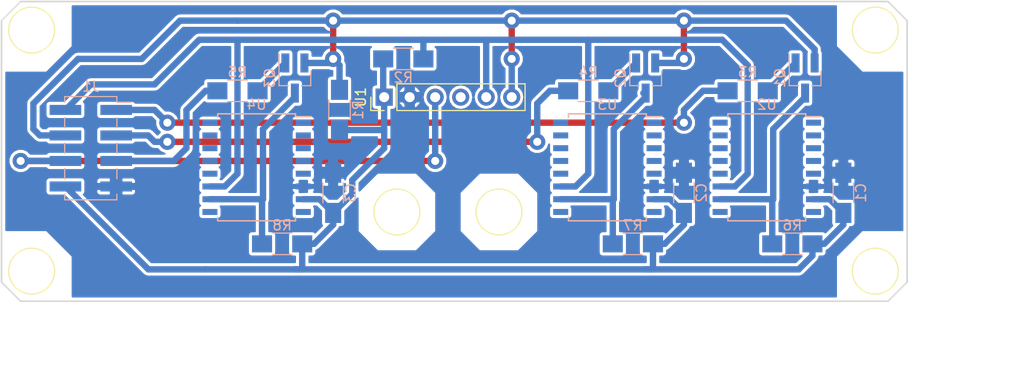
<source format=kicad_pcb>
(kicad_pcb (version 20171130) (host pcbnew "(2018-01-05 revision b98cc0b)-master")

  (general
    (thickness 1.6)
    (drawings 12)
    (tracks 141)
    (zones 0)
    (modules 25)
    (nets 15)
  )

  (page A4)
  (layers
    (0 F.Cu signal)
    (31 B.Cu signal)
    (32 B.Adhes user)
    (33 F.Adhes user)
    (34 B.Paste user)
    (35 F.Paste user)
    (36 B.SilkS user)
    (37 F.SilkS user)
    (38 B.Mask user)
    (39 F.Mask user)
    (40 Dwgs.User user)
    (41 Cmts.User user)
    (42 Eco1.User user hide)
    (43 Eco2.User user hide)
    (44 Edge.Cuts user)
    (45 Margin user)
    (46 B.CrtYd user)
    (47 F.CrtYd user)
    (48 B.Fab user hide)
    (49 F.Fab user hide)
  )

  (setup
    (last_trace_width 0.635)
    (trace_clearance 0.3)
    (zone_clearance 0.3)
    (zone_45_only yes)
    (trace_min 0.2)
    (segment_width 0.2)
    (edge_width 0.15)
    (via_size 1.6)
    (via_drill 0.8)
    (via_min_size 0.4)
    (via_min_drill 0.3)
    (uvia_size 0.3)
    (uvia_drill 0.1)
    (uvias_allowed no)
    (uvia_min_size 0.2)
    (uvia_min_drill 0.1)
    (pcb_text_width 0.3)
    (pcb_text_size 1.5 1.5)
    (mod_edge_width 0.15)
    (mod_text_size 1 1)
    (mod_text_width 0.15)
    (pad_size 3.2 3.2)
    (pad_drill 3.2)
    (pad_to_mask_clearance 0.2)
    (aux_axis_origin 50.59 55.315)
    (grid_origin 50.59 55.315)
    (visible_elements FFFFFF7F)
    (pcbplotparams
      (layerselection 0x00400_7ffffffe)
      (usegerberextensions false)
      (usegerberattributes false)
      (usegerberadvancedattributes false)
      (creategerberjobfile false)
      (excludeedgelayer true)
      (linewidth 0.100000)
      (plotframeref false)
      (viasonmask false)
      (mode 1)
      (useauxorigin true)
      (hpglpennumber 1)
      (hpglpenspeed 20)
      (hpglpendiameter 15)
      (psnegative false)
      (psa4output false)
      (plotreference false)
      (plotvalue false)
      (plotinvisibletext false)
      (padsonsilk false)
      (subtractmaskfromsilk false)
      (outputformat 1)
      (mirror false)
      (drillshape 0)
      (scaleselection 1)
      (outputdirectory ""))
  )

  (net 0 "")
  (net 1 +3V3)
  (net 2 GND)
  (net 3 SDA)
  (net 4 SCL)
  (net 5 EN1)
  (net 6 EN2)
  (net 7 EN3)
  (net 8 EOC)
  (net 9 "Net-(Q1-Pad1)")
  (net 10 SDA1)
  (net 11 "Net-(Q2-Pad1)")
  (net 12 SDA2)
  (net 13 "Net-(Q3-Pad1)")
  (net 14 SDA3)

  (net_class Default "This is the default net class."
    (clearance 0.3)
    (trace_width 0.635)
    (via_dia 1.6)
    (via_drill 0.8)
    (uvia_dia 0.3)
    (uvia_drill 0.1)
    (add_net +3V3)
    (add_net EN1)
    (add_net EN2)
    (add_net EN3)
    (add_net EOC)
    (add_net GND)
    (add_net "Net-(Q1-Pad1)")
    (add_net "Net-(Q2-Pad1)")
    (add_net "Net-(Q3-Pad1)")
    (add_net SCL)
    (add_net SDA)
    (add_net SDA1)
    (add_net SDA2)
    (add_net SDA3)
  )

  (module Connectors:1pin (layer F.Cu) (tedit 5A4DEF3A) (tstamp 5A4DEFB9)
    (at 89.96 46.425)
    (descr "module 1 pin (ou trou mecanique de percage)")
    (tags DEV)
    (fp_text reference REF** (at 0 -3.048) (layer F.SilkS) hide
      (effects (font (size 1 1) (thickness 0.15)))
    )
    (fp_text value 1pin (at 0 3) (layer F.Fab)
      (effects (font (size 1 1) (thickness 0.15)))
    )
    (fp_circle (center 0 0) (end 2 0.8) (layer F.Fab) (width 0.1))
    (fp_circle (center 0 0) (end 2.6 0) (layer F.CrtYd) (width 0.05))
    (fp_circle (center 0 0) (end 0 -2.286) (layer F.SilkS) (width 0.12))
    (pad "" np_thru_hole circle (at 0 0) (size 3.2 3.2) (drill 3.2) (layers *.Cu *.Mask))
  )

  (module Connectors:1pin (layer F.Cu) (tedit 5A4DEF3A) (tstamp 5A4DEFB1)
    (at 100.12 46.425)
    (descr "module 1 pin (ou trou mecanique de percage)")
    (tags DEV)
    (fp_text reference REF** (at 0 -3.048) (layer F.SilkS) hide
      (effects (font (size 1 1) (thickness 0.15)))
    )
    (fp_text value 1pin (at 0 3) (layer F.Fab)
      (effects (font (size 1 1) (thickness 0.15)))
    )
    (fp_circle (center 0 0) (end 2 0.8) (layer F.Fab) (width 0.1))
    (fp_circle (center 0 0) (end 2.6 0) (layer F.CrtYd) (width 0.05))
    (fp_circle (center 0 0) (end 0 -2.286) (layer F.SilkS) (width 0.12))
    (pad "" np_thru_hole circle (at 0 0) (size 3.2 3.2) (drill 3.2) (layers *.Cu *.Mask))
  )

  (module Connectors:1pin (layer F.Cu) (tedit 5A4DEF3A) (tstamp 5A4DEFA9)
    (at 137.59 28.315)
    (descr "module 1 pin (ou trou mecanique de percage)")
    (tags DEV)
    (fp_text reference REF** (at 0 -3.048) (layer F.SilkS) hide
      (effects (font (size 1 1) (thickness 0.15)))
    )
    (fp_text value 1pin (at 0 3) (layer F.Fab)
      (effects (font (size 1 1) (thickness 0.15)))
    )
    (fp_circle (center 0 0) (end 2 0.8) (layer F.Fab) (width 0.1))
    (fp_circle (center 0 0) (end 2.6 0) (layer F.CrtYd) (width 0.05))
    (fp_circle (center 0 0) (end 0 -2.286) (layer F.SilkS) (width 0.12))
    (pad "" np_thru_hole circle (at 0 0) (size 3.2 3.2) (drill 3.2) (layers *.Cu *.Mask))
  )

  (module Connectors:1pin (layer F.Cu) (tedit 5A4DEF3A) (tstamp 5A4DEFA1)
    (at 137.59 52.315)
    (descr "module 1 pin (ou trou mecanique de percage)")
    (tags DEV)
    (fp_text reference REF** (at 0 -3.048) (layer F.SilkS) hide
      (effects (font (size 1 1) (thickness 0.15)))
    )
    (fp_text value 1pin (at 0 3) (layer F.Fab)
      (effects (font (size 1 1) (thickness 0.15)))
    )
    (fp_circle (center 0 0) (end 2 0.8) (layer F.Fab) (width 0.1))
    (fp_circle (center 0 0) (end 2.6 0) (layer F.CrtYd) (width 0.05))
    (fp_circle (center 0 0) (end 0 -2.286) (layer F.SilkS) (width 0.12))
    (pad "" np_thru_hole circle (at 0 0) (size 3.2 3.2) (drill 3.2) (layers *.Cu *.Mask))
  )

  (module Connectors:1pin (layer F.Cu) (tedit 5A4DEF3A) (tstamp 5A4DEF8F)
    (at 53.59 52.315)
    (descr "module 1 pin (ou trou mecanique de percage)")
    (tags DEV)
    (fp_text reference REF** (at 0 -3.048) (layer F.SilkS) hide
      (effects (font (size 1 1) (thickness 0.15)))
    )
    (fp_text value 1pin (at 0 3) (layer F.Fab)
      (effects (font (size 1 1) (thickness 0.15)))
    )
    (fp_circle (center 0 0) (end 2 0.8) (layer F.Fab) (width 0.1))
    (fp_circle (center 0 0) (end 2.6 0) (layer F.CrtYd) (width 0.05))
    (fp_circle (center 0 0) (end 0 -2.286) (layer F.SilkS) (width 0.12))
    (pad "" np_thru_hole circle (at 0 0) (size 3.2 3.2) (drill 3.2) (layers *.Cu *.Mask))
  )

  (module Capacitors_SMD:C_1206_HandSoldering (layer B.Cu) (tedit 58AA84D1) (tstamp 5A4382D3)
    (at 134.41 44.52 90)
    (descr "Capacitor SMD 1206, hand soldering")
    (tags "capacitor 1206")
    (path /5A4381DC)
    (attr smd)
    (fp_text reference C1 (at 0 1.75 90) (layer B.SilkS)
      (effects (font (size 1 1) (thickness 0.15)) (justify mirror))
    )
    (fp_text value 100n (at 0 -2 90) (layer B.Fab)
      (effects (font (size 1 1) (thickness 0.15)) (justify mirror))
    )
    (fp_text user %R (at 0 1.75 90) (layer B.Fab)
      (effects (font (size 1 1) (thickness 0.15)) (justify mirror))
    )
    (fp_line (start -1.6 -0.8) (end -1.6 0.8) (layer B.Fab) (width 0.1))
    (fp_line (start 1.6 -0.8) (end -1.6 -0.8) (layer B.Fab) (width 0.1))
    (fp_line (start 1.6 0.8) (end 1.6 -0.8) (layer B.Fab) (width 0.1))
    (fp_line (start -1.6 0.8) (end 1.6 0.8) (layer B.Fab) (width 0.1))
    (fp_line (start 1 1.02) (end -1 1.02) (layer B.SilkS) (width 0.12))
    (fp_line (start -1 -1.02) (end 1 -1.02) (layer B.SilkS) (width 0.12))
    (fp_line (start -3.25 1.05) (end 3.25 1.05) (layer B.CrtYd) (width 0.05))
    (fp_line (start -3.25 1.05) (end -3.25 -1.05) (layer B.CrtYd) (width 0.05))
    (fp_line (start 3.25 -1.05) (end 3.25 1.05) (layer B.CrtYd) (width 0.05))
    (fp_line (start 3.25 -1.05) (end -3.25 -1.05) (layer B.CrtYd) (width 0.05))
    (pad 1 smd rect (at -2 0 90) (size 2 1.6) (layers B.Cu B.Paste B.Mask)
      (net 1 +3V3))
    (pad 2 smd rect (at 2 0 90) (size 2 1.6) (layers B.Cu B.Paste B.Mask)
      (net 2 GND))
    (model Capacitors_SMD.3dshapes/C_1206.wrl
      (at (xyz 0 0 0))
      (scale (xyz 1 1 1))
      (rotate (xyz 0 0 0))
    )
  )

  (module Capacitors_SMD:C_1206_HandSoldering (layer B.Cu) (tedit 58AA84D1) (tstamp 5A43EB07)
    (at 118.535 44.52 90)
    (descr "Capacitor SMD 1206, hand soldering")
    (tags "capacitor 1206")
    (path /5A43C68A)
    (attr smd)
    (fp_text reference C2 (at 0 1.75 90) (layer B.SilkS)
      (effects (font (size 1 1) (thickness 0.15)) (justify mirror))
    )
    (fp_text value 100n (at 0 -2 90) (layer B.Fab)
      (effects (font (size 1 1) (thickness 0.15)) (justify mirror))
    )
    (fp_text user %R (at 0 1.75 90) (layer B.Fab)
      (effects (font (size 1 1) (thickness 0.15)) (justify mirror))
    )
    (fp_line (start -1.6 -0.8) (end -1.6 0.8) (layer B.Fab) (width 0.1))
    (fp_line (start 1.6 -0.8) (end -1.6 -0.8) (layer B.Fab) (width 0.1))
    (fp_line (start 1.6 0.8) (end 1.6 -0.8) (layer B.Fab) (width 0.1))
    (fp_line (start -1.6 0.8) (end 1.6 0.8) (layer B.Fab) (width 0.1))
    (fp_line (start 1 1.02) (end -1 1.02) (layer B.SilkS) (width 0.12))
    (fp_line (start -1 -1.02) (end 1 -1.02) (layer B.SilkS) (width 0.12))
    (fp_line (start -3.25 1.05) (end 3.25 1.05) (layer B.CrtYd) (width 0.05))
    (fp_line (start -3.25 1.05) (end -3.25 -1.05) (layer B.CrtYd) (width 0.05))
    (fp_line (start 3.25 -1.05) (end 3.25 1.05) (layer B.CrtYd) (width 0.05))
    (fp_line (start 3.25 -1.05) (end -3.25 -1.05) (layer B.CrtYd) (width 0.05))
    (pad 1 smd rect (at -2 0 90) (size 2 1.6) (layers B.Cu B.Paste B.Mask)
      (net 1 +3V3))
    (pad 2 smd rect (at 2 0 90) (size 2 1.6) (layers B.Cu B.Paste B.Mask)
      (net 2 GND))
    (model Capacitors_SMD.3dshapes/C_1206.wrl
      (at (xyz 0 0 0))
      (scale (xyz 1 1 1))
      (rotate (xyz 0 0 0))
    )
  )

  (module Capacitors_SMD:C_1206_HandSoldering (layer B.Cu) (tedit 58AA84D1) (tstamp 5A43EB0D)
    (at 83.61 44.52 90)
    (descr "Capacitor SMD 1206, hand soldering")
    (tags "capacitor 1206")
    (path /5A43C724)
    (attr smd)
    (fp_text reference C3 (at 0 1.75 90) (layer B.SilkS)
      (effects (font (size 1 1) (thickness 0.15)) (justify mirror))
    )
    (fp_text value 100n (at 0 -2 90) (layer B.Fab)
      (effects (font (size 1 1) (thickness 0.15)) (justify mirror))
    )
    (fp_text user %R (at 0 1.75 90) (layer B.Fab)
      (effects (font (size 1 1) (thickness 0.15)) (justify mirror))
    )
    (fp_line (start -1.6 -0.8) (end -1.6 0.8) (layer B.Fab) (width 0.1))
    (fp_line (start 1.6 -0.8) (end -1.6 -0.8) (layer B.Fab) (width 0.1))
    (fp_line (start 1.6 0.8) (end 1.6 -0.8) (layer B.Fab) (width 0.1))
    (fp_line (start -1.6 0.8) (end 1.6 0.8) (layer B.Fab) (width 0.1))
    (fp_line (start 1 1.02) (end -1 1.02) (layer B.SilkS) (width 0.12))
    (fp_line (start -1 -1.02) (end 1 -1.02) (layer B.SilkS) (width 0.12))
    (fp_line (start -3.25 1.05) (end 3.25 1.05) (layer B.CrtYd) (width 0.05))
    (fp_line (start -3.25 1.05) (end -3.25 -1.05) (layer B.CrtYd) (width 0.05))
    (fp_line (start 3.25 -1.05) (end 3.25 1.05) (layer B.CrtYd) (width 0.05))
    (fp_line (start 3.25 -1.05) (end -3.25 -1.05) (layer B.CrtYd) (width 0.05))
    (pad 1 smd rect (at -2 0 90) (size 2 1.6) (layers B.Cu B.Paste B.Mask)
      (net 1 +3V3))
    (pad 2 smd rect (at 2 0 90) (size 2 1.6) (layers B.Cu B.Paste B.Mask)
      (net 2 GND))
    (model Capacitors_SMD.3dshapes/C_1206.wrl
      (at (xyz 0 0 0))
      (scale (xyz 1 1 1))
      (rotate (xyz 0 0 0))
    )
  )

  (module TO_SOT_Packages_SMD:SOT-23_Handsoldering (layer B.Cu) (tedit 58CE4E7E) (tstamp 5A43EB20)
    (at 130.6 33.09 270)
    (descr "SOT-23, Handsoldering")
    (tags SOT-23)
    (path /5A43CC8D)
    (attr smd)
    (fp_text reference Q1 (at 0 2.5 270) (layer B.SilkS)
      (effects (font (size 1 1) (thickness 0.15)) (justify mirror))
    )
    (fp_text value MMBT2222 (at 0 -2.5 270) (layer B.Fab)
      (effects (font (size 1 1) (thickness 0.15)) (justify mirror))
    )
    (fp_text user %R (at 0 0 180) (layer B.Fab)
      (effects (font (size 0.5 0.5) (thickness 0.075)) (justify mirror))
    )
    (fp_line (start 0.76 -1.58) (end 0.76 -0.65) (layer B.SilkS) (width 0.12))
    (fp_line (start 0.76 1.58) (end 0.76 0.65) (layer B.SilkS) (width 0.12))
    (fp_line (start -2.7 1.75) (end 2.7 1.75) (layer B.CrtYd) (width 0.05))
    (fp_line (start 2.7 1.75) (end 2.7 -1.75) (layer B.CrtYd) (width 0.05))
    (fp_line (start 2.7 -1.75) (end -2.7 -1.75) (layer B.CrtYd) (width 0.05))
    (fp_line (start -2.7 -1.75) (end -2.7 1.75) (layer B.CrtYd) (width 0.05))
    (fp_line (start 0.76 1.58) (end -2.4 1.58) (layer B.SilkS) (width 0.12))
    (fp_line (start -0.7 0.95) (end -0.7 -1.5) (layer B.Fab) (width 0.1))
    (fp_line (start -0.15 1.52) (end 0.7 1.52) (layer B.Fab) (width 0.1))
    (fp_line (start -0.7 0.95) (end -0.15 1.52) (layer B.Fab) (width 0.1))
    (fp_line (start 0.7 1.52) (end 0.7 -1.52) (layer B.Fab) (width 0.1))
    (fp_line (start -0.7 -1.52) (end 0.7 -1.52) (layer B.Fab) (width 0.1))
    (fp_line (start 0.76 -1.58) (end -0.7 -1.58) (layer B.SilkS) (width 0.12))
    (pad 1 smd rect (at -1.5 0.95 270) (size 1.9 0.8) (layers B.Cu B.Paste B.Mask)
      (net 9 "Net-(Q1-Pad1)"))
    (pad 2 smd rect (at -1.5 -0.95 270) (size 1.9 0.8) (layers B.Cu B.Paste B.Mask)
      (net 3 SDA))
    (pad 3 smd rect (at 1.5 0 270) (size 1.9 0.8) (layers B.Cu B.Paste B.Mask)
      (net 10 SDA1))
    (model ${KISYS3DMOD}/TO_SOT_Packages_SMD.3dshapes\SOT-23.wrl
      (at (xyz 0 0 0))
      (scale (xyz 1 1 1))
      (rotate (xyz 0 0 0))
    )
  )

  (module TO_SOT_Packages_SMD:SOT-23_Handsoldering (layer B.Cu) (tedit 58CE4E7E) (tstamp 5A43EB27)
    (at 114.725 33.09 270)
    (descr "SOT-23, Handsoldering")
    (tags SOT-23)
    (path /5A43D2C8)
    (attr smd)
    (fp_text reference Q2 (at 0 2.5 270) (layer B.SilkS)
      (effects (font (size 1 1) (thickness 0.15)) (justify mirror))
    )
    (fp_text value MMBT2222 (at 0 -2.5 270) (layer B.Fab)
      (effects (font (size 1 1) (thickness 0.15)) (justify mirror))
    )
    (fp_text user %R (at 0 0 180) (layer B.Fab)
      (effects (font (size 0.5 0.5) (thickness 0.075)) (justify mirror))
    )
    (fp_line (start 0.76 -1.58) (end 0.76 -0.65) (layer B.SilkS) (width 0.12))
    (fp_line (start 0.76 1.58) (end 0.76 0.65) (layer B.SilkS) (width 0.12))
    (fp_line (start -2.7 1.75) (end 2.7 1.75) (layer B.CrtYd) (width 0.05))
    (fp_line (start 2.7 1.75) (end 2.7 -1.75) (layer B.CrtYd) (width 0.05))
    (fp_line (start 2.7 -1.75) (end -2.7 -1.75) (layer B.CrtYd) (width 0.05))
    (fp_line (start -2.7 -1.75) (end -2.7 1.75) (layer B.CrtYd) (width 0.05))
    (fp_line (start 0.76 1.58) (end -2.4 1.58) (layer B.SilkS) (width 0.12))
    (fp_line (start -0.7 0.95) (end -0.7 -1.5) (layer B.Fab) (width 0.1))
    (fp_line (start -0.15 1.52) (end 0.7 1.52) (layer B.Fab) (width 0.1))
    (fp_line (start -0.7 0.95) (end -0.15 1.52) (layer B.Fab) (width 0.1))
    (fp_line (start 0.7 1.52) (end 0.7 -1.52) (layer B.Fab) (width 0.1))
    (fp_line (start -0.7 -1.52) (end 0.7 -1.52) (layer B.Fab) (width 0.1))
    (fp_line (start 0.76 -1.58) (end -0.7 -1.58) (layer B.SilkS) (width 0.12))
    (pad 1 smd rect (at -1.5 0.95 270) (size 1.9 0.8) (layers B.Cu B.Paste B.Mask)
      (net 11 "Net-(Q2-Pad1)"))
    (pad 2 smd rect (at -1.5 -0.95 270) (size 1.9 0.8) (layers B.Cu B.Paste B.Mask)
      (net 3 SDA))
    (pad 3 smd rect (at 1.5 0 270) (size 1.9 0.8) (layers B.Cu B.Paste B.Mask)
      (net 12 SDA2))
    (model ${KISYS3DMOD}/TO_SOT_Packages_SMD.3dshapes\SOT-23.wrl
      (at (xyz 0 0 0))
      (scale (xyz 1 1 1))
      (rotate (xyz 0 0 0))
    )
  )

  (module TO_SOT_Packages_SMD:SOT-23_Handsoldering (layer B.Cu) (tedit 58CE4E7E) (tstamp 5A43EB2E)
    (at 79.8 33.09 270)
    (descr "SOT-23, Handsoldering")
    (tags SOT-23)
    (path /5A43D36A)
    (attr smd)
    (fp_text reference Q3 (at 0 2.5 270) (layer B.SilkS)
      (effects (font (size 1 1) (thickness 0.15)) (justify mirror))
    )
    (fp_text value MMBT2222 (at 0 -2.5 270) (layer B.Fab)
      (effects (font (size 1 1) (thickness 0.15)) (justify mirror))
    )
    (fp_text user %R (at 0 0 180) (layer B.Fab)
      (effects (font (size 0.5 0.5) (thickness 0.075)) (justify mirror))
    )
    (fp_line (start 0.76 -1.58) (end 0.76 -0.65) (layer B.SilkS) (width 0.12))
    (fp_line (start 0.76 1.58) (end 0.76 0.65) (layer B.SilkS) (width 0.12))
    (fp_line (start -2.7 1.75) (end 2.7 1.75) (layer B.CrtYd) (width 0.05))
    (fp_line (start 2.7 1.75) (end 2.7 -1.75) (layer B.CrtYd) (width 0.05))
    (fp_line (start 2.7 -1.75) (end -2.7 -1.75) (layer B.CrtYd) (width 0.05))
    (fp_line (start -2.7 -1.75) (end -2.7 1.75) (layer B.CrtYd) (width 0.05))
    (fp_line (start 0.76 1.58) (end -2.4 1.58) (layer B.SilkS) (width 0.12))
    (fp_line (start -0.7 0.95) (end -0.7 -1.5) (layer B.Fab) (width 0.1))
    (fp_line (start -0.15 1.52) (end 0.7 1.52) (layer B.Fab) (width 0.1))
    (fp_line (start -0.7 0.95) (end -0.15 1.52) (layer B.Fab) (width 0.1))
    (fp_line (start 0.7 1.52) (end 0.7 -1.52) (layer B.Fab) (width 0.1))
    (fp_line (start -0.7 -1.52) (end 0.7 -1.52) (layer B.Fab) (width 0.1))
    (fp_line (start 0.76 -1.58) (end -0.7 -1.58) (layer B.SilkS) (width 0.12))
    (pad 1 smd rect (at -1.5 0.95 270) (size 1.9 0.8) (layers B.Cu B.Paste B.Mask)
      (net 13 "Net-(Q3-Pad1)"))
    (pad 2 smd rect (at -1.5 -0.95 270) (size 1.9 0.8) (layers B.Cu B.Paste B.Mask)
      (net 3 SDA))
    (pad 3 smd rect (at 1.5 0 270) (size 1.9 0.8) (layers B.Cu B.Paste B.Mask)
      (net 14 SDA3))
    (model ${KISYS3DMOD}/TO_SOT_Packages_SMD.3dshapes\SOT-23.wrl
      (at (xyz 0 0 0))
      (scale (xyz 1 1 1))
      (rotate (xyz 0 0 0))
    )
  )

  (module Resistors_SMD:R_1206_HandSoldering (layer B.Cu) (tedit 58E0A804) (tstamp 5A43EB34)
    (at 84.245 36.265 90)
    (descr "Resistor SMD 1206, hand soldering")
    (tags "resistor 1206")
    (path /5A43CE19)
    (attr smd)
    (fp_text reference R1 (at 0 1.85 90) (layer B.SilkS)
      (effects (font (size 1 1) (thickness 0.15)) (justify mirror))
    )
    (fp_text value 10k (at 0 -1.9 90) (layer B.Fab)
      (effects (font (size 1 1) (thickness 0.15)) (justify mirror))
    )
    (fp_text user %R (at 0 0 90) (layer B.Fab)
      (effects (font (size 0.7 0.7) (thickness 0.105)) (justify mirror))
    )
    (fp_line (start -1.6 -0.8) (end -1.6 0.8) (layer B.Fab) (width 0.1))
    (fp_line (start 1.6 -0.8) (end -1.6 -0.8) (layer B.Fab) (width 0.1))
    (fp_line (start 1.6 0.8) (end 1.6 -0.8) (layer B.Fab) (width 0.1))
    (fp_line (start -1.6 0.8) (end 1.6 0.8) (layer B.Fab) (width 0.1))
    (fp_line (start 1 -1.07) (end -1 -1.07) (layer B.SilkS) (width 0.12))
    (fp_line (start -1 1.07) (end 1 1.07) (layer B.SilkS) (width 0.12))
    (fp_line (start -3.25 1.11) (end 3.25 1.11) (layer B.CrtYd) (width 0.05))
    (fp_line (start -3.25 1.11) (end -3.25 -1.1) (layer B.CrtYd) (width 0.05))
    (fp_line (start 3.25 -1.1) (end 3.25 1.11) (layer B.CrtYd) (width 0.05))
    (fp_line (start 3.25 -1.1) (end -3.25 -1.1) (layer B.CrtYd) (width 0.05))
    (pad 1 smd rect (at -2 0 90) (size 2 1.7) (layers B.Cu B.Paste B.Mask)
      (net 1 +3V3))
    (pad 2 smd rect (at 2 0 90) (size 2 1.7) (layers B.Cu B.Paste B.Mask)
      (net 3 SDA))
    (model ${KISYS3DMOD}/Resistors_SMD.3dshapes/R_1206.wrl
      (at (xyz 0 0 0))
      (scale (xyz 1 1 1))
      (rotate (xyz 0 0 0))
    )
  )

  (module Resistors_SMD:R_1206_HandSoldering (layer B.Cu) (tedit 58E0A804) (tstamp 5A43EB3A)
    (at 90.595 31.185)
    (descr "Resistor SMD 1206, hand soldering")
    (tags "resistor 1206")
    (path /5A43D600)
    (attr smd)
    (fp_text reference R2 (at 0 1.85) (layer B.SilkS)
      (effects (font (size 1 1) (thickness 0.15)) (justify mirror))
    )
    (fp_text value 10k (at 0 -1.9) (layer B.Fab)
      (effects (font (size 1 1) (thickness 0.15)) (justify mirror))
    )
    (fp_text user %R (at 0 0) (layer B.Fab)
      (effects (font (size 0.7 0.7) (thickness 0.105)) (justify mirror))
    )
    (fp_line (start -1.6 -0.8) (end -1.6 0.8) (layer B.Fab) (width 0.1))
    (fp_line (start 1.6 -0.8) (end -1.6 -0.8) (layer B.Fab) (width 0.1))
    (fp_line (start 1.6 0.8) (end 1.6 -0.8) (layer B.Fab) (width 0.1))
    (fp_line (start -1.6 0.8) (end 1.6 0.8) (layer B.Fab) (width 0.1))
    (fp_line (start 1 -1.07) (end -1 -1.07) (layer B.SilkS) (width 0.12))
    (fp_line (start -1 1.07) (end 1 1.07) (layer B.SilkS) (width 0.12))
    (fp_line (start -3.25 1.11) (end 3.25 1.11) (layer B.CrtYd) (width 0.05))
    (fp_line (start -3.25 1.11) (end -3.25 -1.1) (layer B.CrtYd) (width 0.05))
    (fp_line (start 3.25 -1.1) (end 3.25 1.11) (layer B.CrtYd) (width 0.05))
    (fp_line (start 3.25 -1.1) (end -3.25 -1.1) (layer B.CrtYd) (width 0.05))
    (pad 1 smd rect (at -2 0) (size 2 1.7) (layers B.Cu B.Paste B.Mask)
      (net 1 +3V3))
    (pad 2 smd rect (at 2 0) (size 2 1.7) (layers B.Cu B.Paste B.Mask)
      (net 4 SCL))
    (model ${KISYS3DMOD}/Resistors_SMD.3dshapes/R_1206.wrl
      (at (xyz 0 0 0))
      (scale (xyz 1 1 1))
      (rotate (xyz 0 0 0))
    )
  )

  (module Resistors_SMD:R_1206_HandSoldering (layer B.Cu) (tedit 58E0A804) (tstamp 5A43EB40)
    (at 124.885 34.36 180)
    (descr "Resistor SMD 1206, hand soldering")
    (tags "resistor 1206")
    (path /5A43CDA4)
    (attr smd)
    (fp_text reference R3 (at 0 1.85 180) (layer B.SilkS)
      (effects (font (size 1 1) (thickness 0.15)) (justify mirror))
    )
    (fp_text value 1k (at 0 -1.9 180) (layer B.Fab)
      (effects (font (size 1 1) (thickness 0.15)) (justify mirror))
    )
    (fp_text user %R (at 0 0 180) (layer B.Fab)
      (effects (font (size 0.7 0.7) (thickness 0.105)) (justify mirror))
    )
    (fp_line (start -1.6 -0.8) (end -1.6 0.8) (layer B.Fab) (width 0.1))
    (fp_line (start 1.6 -0.8) (end -1.6 -0.8) (layer B.Fab) (width 0.1))
    (fp_line (start 1.6 0.8) (end 1.6 -0.8) (layer B.Fab) (width 0.1))
    (fp_line (start -1.6 0.8) (end 1.6 0.8) (layer B.Fab) (width 0.1))
    (fp_line (start 1 -1.07) (end -1 -1.07) (layer B.SilkS) (width 0.12))
    (fp_line (start -1 1.07) (end 1 1.07) (layer B.SilkS) (width 0.12))
    (fp_line (start -3.25 1.11) (end 3.25 1.11) (layer B.CrtYd) (width 0.05))
    (fp_line (start -3.25 1.11) (end -3.25 -1.1) (layer B.CrtYd) (width 0.05))
    (fp_line (start 3.25 -1.1) (end 3.25 1.11) (layer B.CrtYd) (width 0.05))
    (fp_line (start 3.25 -1.1) (end -3.25 -1.1) (layer B.CrtYd) (width 0.05))
    (pad 1 smd rect (at -2 0 180) (size 2 1.7) (layers B.Cu B.Paste B.Mask)
      (net 9 "Net-(Q1-Pad1)"))
    (pad 2 smd rect (at 2 0 180) (size 2 1.7) (layers B.Cu B.Paste B.Mask)
      (net 5 EN1))
    (model ${KISYS3DMOD}/Resistors_SMD.3dshapes/R_1206.wrl
      (at (xyz 0 0 0))
      (scale (xyz 1 1 1))
      (rotate (xyz 0 0 0))
    )
  )

  (module Resistors_SMD:R_1206_HandSoldering (layer B.Cu) (tedit 58E0A804) (tstamp 5A43EB46)
    (at 109.01 34.36 180)
    (descr "Resistor SMD 1206, hand soldering")
    (tags "resistor 1206")
    (path /5A43D2CE)
    (attr smd)
    (fp_text reference R4 (at 0 1.85 180) (layer B.SilkS)
      (effects (font (size 1 1) (thickness 0.15)) (justify mirror))
    )
    (fp_text value 1k (at 0 -1.9 180) (layer B.Fab)
      (effects (font (size 1 1) (thickness 0.15)) (justify mirror))
    )
    (fp_text user %R (at 0 0 180) (layer B.Fab)
      (effects (font (size 0.7 0.7) (thickness 0.105)) (justify mirror))
    )
    (fp_line (start -1.6 -0.8) (end -1.6 0.8) (layer B.Fab) (width 0.1))
    (fp_line (start 1.6 -0.8) (end -1.6 -0.8) (layer B.Fab) (width 0.1))
    (fp_line (start 1.6 0.8) (end 1.6 -0.8) (layer B.Fab) (width 0.1))
    (fp_line (start -1.6 0.8) (end 1.6 0.8) (layer B.Fab) (width 0.1))
    (fp_line (start 1 -1.07) (end -1 -1.07) (layer B.SilkS) (width 0.12))
    (fp_line (start -1 1.07) (end 1 1.07) (layer B.SilkS) (width 0.12))
    (fp_line (start -3.25 1.11) (end 3.25 1.11) (layer B.CrtYd) (width 0.05))
    (fp_line (start -3.25 1.11) (end -3.25 -1.1) (layer B.CrtYd) (width 0.05))
    (fp_line (start 3.25 -1.1) (end 3.25 1.11) (layer B.CrtYd) (width 0.05))
    (fp_line (start 3.25 -1.1) (end -3.25 -1.1) (layer B.CrtYd) (width 0.05))
    (pad 1 smd rect (at -2 0 180) (size 2 1.7) (layers B.Cu B.Paste B.Mask)
      (net 11 "Net-(Q2-Pad1)"))
    (pad 2 smd rect (at 2 0 180) (size 2 1.7) (layers B.Cu B.Paste B.Mask)
      (net 6 EN2))
    (model ${KISYS3DMOD}/Resistors_SMD.3dshapes/R_1206.wrl
      (at (xyz 0 0 0))
      (scale (xyz 1 1 1))
      (rotate (xyz 0 0 0))
    )
  )

  (module Resistors_SMD:R_1206_HandSoldering (layer B.Cu) (tedit 58E0A804) (tstamp 5A43EB4C)
    (at 74.085 34.36 180)
    (descr "Resistor SMD 1206, hand soldering")
    (tags "resistor 1206")
    (path /5A43D370)
    (attr smd)
    (fp_text reference R5 (at 0 1.85 180) (layer B.SilkS)
      (effects (font (size 1 1) (thickness 0.15)) (justify mirror))
    )
    (fp_text value 1k (at 0 -1.9 180) (layer B.Fab)
      (effects (font (size 1 1) (thickness 0.15)) (justify mirror))
    )
    (fp_text user %R (at 0 0 180) (layer B.Fab)
      (effects (font (size 0.7 0.7) (thickness 0.105)) (justify mirror))
    )
    (fp_line (start -1.6 -0.8) (end -1.6 0.8) (layer B.Fab) (width 0.1))
    (fp_line (start 1.6 -0.8) (end -1.6 -0.8) (layer B.Fab) (width 0.1))
    (fp_line (start 1.6 0.8) (end 1.6 -0.8) (layer B.Fab) (width 0.1))
    (fp_line (start -1.6 0.8) (end 1.6 0.8) (layer B.Fab) (width 0.1))
    (fp_line (start 1 -1.07) (end -1 -1.07) (layer B.SilkS) (width 0.12))
    (fp_line (start -1 1.07) (end 1 1.07) (layer B.SilkS) (width 0.12))
    (fp_line (start -3.25 1.11) (end 3.25 1.11) (layer B.CrtYd) (width 0.05))
    (fp_line (start -3.25 1.11) (end -3.25 -1.1) (layer B.CrtYd) (width 0.05))
    (fp_line (start 3.25 -1.1) (end 3.25 1.11) (layer B.CrtYd) (width 0.05))
    (fp_line (start 3.25 -1.1) (end -3.25 -1.1) (layer B.CrtYd) (width 0.05))
    (pad 1 smd rect (at -2 0 180) (size 2 1.7) (layers B.Cu B.Paste B.Mask)
      (net 13 "Net-(Q3-Pad1)"))
    (pad 2 smd rect (at 2 0 180) (size 2 1.7) (layers B.Cu B.Paste B.Mask)
      (net 7 EN3))
    (model ${KISYS3DMOD}/Resistors_SMD.3dshapes/R_1206.wrl
      (at (xyz 0 0 0))
      (scale (xyz 1 1 1))
      (rotate (xyz 0 0 0))
    )
  )

  (module Resistors_SMD:R_1206_HandSoldering (layer B.Cu) (tedit 58E0A804) (tstamp 5A43EB52)
    (at 129.33 49.6 180)
    (descr "Resistor SMD 1206, hand soldering")
    (tags "resistor 1206")
    (path /5A43CE5A)
    (attr smd)
    (fp_text reference R6 (at 0 1.85 180) (layer B.SilkS)
      (effects (font (size 1 1) (thickness 0.15)) (justify mirror))
    )
    (fp_text value 10k (at 0 -1.9 180) (layer B.Fab)
      (effects (font (size 1 1) (thickness 0.15)) (justify mirror))
    )
    (fp_text user %R (at 0 0 180) (layer B.Fab)
      (effects (font (size 0.7 0.7) (thickness 0.105)) (justify mirror))
    )
    (fp_line (start -1.6 -0.8) (end -1.6 0.8) (layer B.Fab) (width 0.1))
    (fp_line (start 1.6 -0.8) (end -1.6 -0.8) (layer B.Fab) (width 0.1))
    (fp_line (start 1.6 0.8) (end 1.6 -0.8) (layer B.Fab) (width 0.1))
    (fp_line (start -1.6 0.8) (end 1.6 0.8) (layer B.Fab) (width 0.1))
    (fp_line (start 1 -1.07) (end -1 -1.07) (layer B.SilkS) (width 0.12))
    (fp_line (start -1 1.07) (end 1 1.07) (layer B.SilkS) (width 0.12))
    (fp_line (start -3.25 1.11) (end 3.25 1.11) (layer B.CrtYd) (width 0.05))
    (fp_line (start -3.25 1.11) (end -3.25 -1.1) (layer B.CrtYd) (width 0.05))
    (fp_line (start 3.25 -1.1) (end 3.25 1.11) (layer B.CrtYd) (width 0.05))
    (fp_line (start 3.25 -1.1) (end -3.25 -1.1) (layer B.CrtYd) (width 0.05))
    (pad 1 smd rect (at -2 0 180) (size 2 1.7) (layers B.Cu B.Paste B.Mask)
      (net 1 +3V3))
    (pad 2 smd rect (at 2 0 180) (size 2 1.7) (layers B.Cu B.Paste B.Mask)
      (net 10 SDA1))
    (model ${KISYS3DMOD}/Resistors_SMD.3dshapes/R_1206.wrl
      (at (xyz 0 0 0))
      (scale (xyz 1 1 1))
      (rotate (xyz 0 0 0))
    )
  )

  (module Resistors_SMD:R_1206_HandSoldering (layer B.Cu) (tedit 58E0A804) (tstamp 5A43EB58)
    (at 113.455 49.6 180)
    (descr "Resistor SMD 1206, hand soldering")
    (tags "resistor 1206")
    (path /5A43D2D4)
    (attr smd)
    (fp_text reference R7 (at 0 1.85 180) (layer B.SilkS)
      (effects (font (size 1 1) (thickness 0.15)) (justify mirror))
    )
    (fp_text value 10k (at 0 -1.9 180) (layer B.Fab)
      (effects (font (size 1 1) (thickness 0.15)) (justify mirror))
    )
    (fp_text user %R (at 0 0 180) (layer B.Fab)
      (effects (font (size 0.7 0.7) (thickness 0.105)) (justify mirror))
    )
    (fp_line (start -1.6 -0.8) (end -1.6 0.8) (layer B.Fab) (width 0.1))
    (fp_line (start 1.6 -0.8) (end -1.6 -0.8) (layer B.Fab) (width 0.1))
    (fp_line (start 1.6 0.8) (end 1.6 -0.8) (layer B.Fab) (width 0.1))
    (fp_line (start -1.6 0.8) (end 1.6 0.8) (layer B.Fab) (width 0.1))
    (fp_line (start 1 -1.07) (end -1 -1.07) (layer B.SilkS) (width 0.12))
    (fp_line (start -1 1.07) (end 1 1.07) (layer B.SilkS) (width 0.12))
    (fp_line (start -3.25 1.11) (end 3.25 1.11) (layer B.CrtYd) (width 0.05))
    (fp_line (start -3.25 1.11) (end -3.25 -1.1) (layer B.CrtYd) (width 0.05))
    (fp_line (start 3.25 -1.1) (end 3.25 1.11) (layer B.CrtYd) (width 0.05))
    (fp_line (start 3.25 -1.1) (end -3.25 -1.1) (layer B.CrtYd) (width 0.05))
    (pad 1 smd rect (at -2 0 180) (size 2 1.7) (layers B.Cu B.Paste B.Mask)
      (net 1 +3V3))
    (pad 2 smd rect (at 2 0 180) (size 2 1.7) (layers B.Cu B.Paste B.Mask)
      (net 12 SDA2))
    (model ${KISYS3DMOD}/Resistors_SMD.3dshapes/R_1206.wrl
      (at (xyz 0 0 0))
      (scale (xyz 1 1 1))
      (rotate (xyz 0 0 0))
    )
  )

  (module Resistors_SMD:R_1206_HandSoldering (layer B.Cu) (tedit 58E0A804) (tstamp 5A43EB5E)
    (at 78.53 49.6 180)
    (descr "Resistor SMD 1206, hand soldering")
    (tags "resistor 1206")
    (path /5A43D376)
    (attr smd)
    (fp_text reference R8 (at 0 1.85 180) (layer B.SilkS)
      (effects (font (size 1 1) (thickness 0.15)) (justify mirror))
    )
    (fp_text value 10k (at 0 -1.9 180) (layer B.Fab)
      (effects (font (size 1 1) (thickness 0.15)) (justify mirror))
    )
    (fp_text user %R (at 0 0 180) (layer B.Fab)
      (effects (font (size 0.7 0.7) (thickness 0.105)) (justify mirror))
    )
    (fp_line (start -1.6 -0.8) (end -1.6 0.8) (layer B.Fab) (width 0.1))
    (fp_line (start 1.6 -0.8) (end -1.6 -0.8) (layer B.Fab) (width 0.1))
    (fp_line (start 1.6 0.8) (end 1.6 -0.8) (layer B.Fab) (width 0.1))
    (fp_line (start -1.6 0.8) (end 1.6 0.8) (layer B.Fab) (width 0.1))
    (fp_line (start 1 -1.07) (end -1 -1.07) (layer B.SilkS) (width 0.12))
    (fp_line (start -1 1.07) (end 1 1.07) (layer B.SilkS) (width 0.12))
    (fp_line (start -3.25 1.11) (end 3.25 1.11) (layer B.CrtYd) (width 0.05))
    (fp_line (start -3.25 1.11) (end -3.25 -1.1) (layer B.CrtYd) (width 0.05))
    (fp_line (start 3.25 -1.1) (end 3.25 1.11) (layer B.CrtYd) (width 0.05))
    (fp_line (start 3.25 -1.1) (end -3.25 -1.1) (layer B.CrtYd) (width 0.05))
    (pad 1 smd rect (at -2 0 180) (size 2 1.7) (layers B.Cu B.Paste B.Mask)
      (net 1 +3V3))
    (pad 2 smd rect (at 2 0 180) (size 2 1.7) (layers B.Cu B.Paste B.Mask)
      (net 14 SDA3))
    (model ${KISYS3DMOD}/Resistors_SMD.3dshapes/R_1206.wrl
      (at (xyz 0 0 0))
      (scale (xyz 1 1 1))
      (rotate (xyz 0 0 0))
    )
  )

  (module Pin_Headers:Pin_Header_Straight_1x06_Pitch2.54mm (layer F.Cu) (tedit 59650532) (tstamp 5A43EB5F)
    (at 88.69 34.995 90)
    (descr "Through hole straight pin header, 1x06, 2.54mm pitch, single row")
    (tags "Through hole pin header THT 1x06 2.54mm single row")
    (path /5A43C911)
    (fp_text reference U1 (at 0 -2.33 90) (layer F.SilkS)
      (effects (font (size 1 1) (thickness 0.15)))
    )
    (fp_text value BMP085_Breakout (at 0 15.03 90) (layer F.Fab)
      (effects (font (size 1 1) (thickness 0.15)))
    )
    (fp_line (start -0.635 -1.27) (end 1.27 -1.27) (layer F.Fab) (width 0.1))
    (fp_line (start 1.27 -1.27) (end 1.27 13.97) (layer F.Fab) (width 0.1))
    (fp_line (start 1.27 13.97) (end -1.27 13.97) (layer F.Fab) (width 0.1))
    (fp_line (start -1.27 13.97) (end -1.27 -0.635) (layer F.Fab) (width 0.1))
    (fp_line (start -1.27 -0.635) (end -0.635 -1.27) (layer F.Fab) (width 0.1))
    (fp_line (start -1.33 14.03) (end 1.33 14.03) (layer F.SilkS) (width 0.12))
    (fp_line (start -1.33 1.27) (end -1.33 14.03) (layer F.SilkS) (width 0.12))
    (fp_line (start 1.33 1.27) (end 1.33 14.03) (layer F.SilkS) (width 0.12))
    (fp_line (start -1.33 1.27) (end 1.33 1.27) (layer F.SilkS) (width 0.12))
    (fp_line (start -1.33 0) (end -1.33 -1.33) (layer F.SilkS) (width 0.12))
    (fp_line (start -1.33 -1.33) (end 0 -1.33) (layer F.SilkS) (width 0.12))
    (fp_line (start -1.8 -1.8) (end -1.8 14.5) (layer F.CrtYd) (width 0.05))
    (fp_line (start -1.8 14.5) (end 1.8 14.5) (layer F.CrtYd) (width 0.05))
    (fp_line (start 1.8 14.5) (end 1.8 -1.8) (layer F.CrtYd) (width 0.05))
    (fp_line (start 1.8 -1.8) (end -1.8 -1.8) (layer F.CrtYd) (width 0.05))
    (fp_text user %R (at 0 6.35 180) (layer F.Fab)
      (effects (font (size 1 1) (thickness 0.15)))
    )
    (pad 1 thru_hole rect (at 0 0 90) (size 1.7 1.7) (drill 1) (layers *.Cu *.Mask)
      (net 1 +3V3))
    (pad 2 thru_hole oval (at 0 2.54 90) (size 1.7 1.7) (drill 1) (layers *.Cu *.Mask)
      (net 2 GND))
    (pad 3 thru_hole oval (at 0 5.08 90) (size 1.7 1.7) (drill 1) (layers *.Cu *.Mask)
      (net 8 EOC))
    (pad 4 thru_hole oval (at 0 7.62 90) (size 1.7 1.7) (drill 1) (layers *.Cu *.Mask))
    (pad 5 thru_hole oval (at 0 10.16 90) (size 1.7 1.7) (drill 1) (layers *.Cu *.Mask)
      (net 4 SCL))
    (pad 6 thru_hole oval (at 0 12.7 90) (size 1.7 1.7) (drill 1) (layers *.Cu *.Mask)
      (net 3 SDA))
    (model ${KISYS3DMOD}/Pin_Headers.3dshapes/Pin_Header_Straight_1x06_Pitch2.54mm.wrl
      (at (xyz 0 0 0))
      (scale (xyz 1 1 1))
      (rotate (xyz 0 0 0))
    )
  )

  (module Housings_SOIC:SOIC-16W_7.5x10.3mm_Pitch1.27mm (layer B.Cu) (tedit 58CC8F64) (tstamp 5A43EB7B)
    (at 126.79 41.98 180)
    (descr "16-Lead Plastic Small Outline (SO) - Wide, 7.50 mm Body [SOIC] (see Microchip Packaging Specification 00000049BS.pdf)")
    (tags "SOIC 1.27")
    (path /5A438189)
    (attr smd)
    (fp_text reference U2 (at 0 6.25 180) (layer B.SilkS)
      (effects (font (size 1 1) (thickness 0.15)) (justify mirror))
    )
    (fp_text value SM9541-020C-D-C-3-S (at 0 -6.25 180) (layer B.Fab)
      (effects (font (size 1 1) (thickness 0.15)) (justify mirror))
    )
    (fp_text user %R (at 0 0 180) (layer B.Fab)
      (effects (font (size 1 1) (thickness 0.15)) (justify mirror))
    )
    (fp_line (start -2.75 5.15) (end 3.75 5.15) (layer B.Fab) (width 0.15))
    (fp_line (start 3.75 5.15) (end 3.75 -5.15) (layer B.Fab) (width 0.15))
    (fp_line (start 3.75 -5.15) (end -3.75 -5.15) (layer B.Fab) (width 0.15))
    (fp_line (start -3.75 -5.15) (end -3.75 4.15) (layer B.Fab) (width 0.15))
    (fp_line (start -3.75 4.15) (end -2.75 5.15) (layer B.Fab) (width 0.15))
    (fp_line (start -5.65 5.5) (end -5.65 -5.5) (layer B.CrtYd) (width 0.05))
    (fp_line (start 5.65 5.5) (end 5.65 -5.5) (layer B.CrtYd) (width 0.05))
    (fp_line (start -5.65 5.5) (end 5.65 5.5) (layer B.CrtYd) (width 0.05))
    (fp_line (start -5.65 -5.5) (end 5.65 -5.5) (layer B.CrtYd) (width 0.05))
    (fp_line (start -3.875 5.325) (end -3.875 5.05) (layer B.SilkS) (width 0.15))
    (fp_line (start 3.875 5.325) (end 3.875 4.97) (layer B.SilkS) (width 0.15))
    (fp_line (start 3.875 -5.325) (end 3.875 -4.97) (layer B.SilkS) (width 0.15))
    (fp_line (start -3.875 -5.325) (end -3.875 -4.97) (layer B.SilkS) (width 0.15))
    (fp_line (start -3.875 5.325) (end 3.875 5.325) (layer B.SilkS) (width 0.15))
    (fp_line (start -3.875 -5.325) (end 3.875 -5.325) (layer B.SilkS) (width 0.15))
    (fp_line (start -3.875 5.05) (end -5.4 5.05) (layer B.SilkS) (width 0.15))
    (pad 1 smd rect (at -4.65 4.445 180) (size 1.5 0.6) (layers B.Cu B.Paste B.Mask))
    (pad 2 smd rect (at -4.65 3.175 180) (size 1.5 0.6) (layers B.Cu B.Paste B.Mask))
    (pad 3 smd rect (at -4.65 1.905 180) (size 1.5 0.6) (layers B.Cu B.Paste B.Mask))
    (pad 4 smd rect (at -4.65 0.635 180) (size 1.5 0.6) (layers B.Cu B.Paste B.Mask))
    (pad 5 smd rect (at -4.65 -0.635 180) (size 1.5 0.6) (layers B.Cu B.Paste B.Mask))
    (pad 6 smd rect (at -4.65 -1.905 180) (size 1.5 0.6) (layers B.Cu B.Paste B.Mask)
      (net 2 GND))
    (pad 7 smd rect (at -4.65 -3.175 180) (size 1.5 0.6) (layers B.Cu B.Paste B.Mask)
      (net 1 +3V3))
    (pad 8 smd rect (at -4.65 -4.445 180) (size 1.5 0.6) (layers B.Cu B.Paste B.Mask))
    (pad 9 smd rect (at 4.65 -4.445 180) (size 1.5 0.6) (layers B.Cu B.Paste B.Mask))
    (pad 10 smd rect (at 4.65 -3.175 180) (size 1.5 0.6) (layers B.Cu B.Paste B.Mask)
      (net 10 SDA1))
    (pad 11 smd rect (at 4.65 -1.905 180) (size 1.5 0.6) (layers B.Cu B.Paste B.Mask)
      (net 4 SCL))
    (pad 12 smd rect (at 4.65 -0.635 180) (size 1.5 0.6) (layers B.Cu B.Paste B.Mask))
    (pad 13 smd rect (at 4.65 0.635 180) (size 1.5 0.6) (layers B.Cu B.Paste B.Mask))
    (pad 14 smd rect (at 4.65 1.905 180) (size 1.5 0.6) (layers B.Cu B.Paste B.Mask))
    (pad 15 smd rect (at 4.65 3.175 180) (size 1.5 0.6) (layers B.Cu B.Paste B.Mask))
    (pad 16 smd rect (at 4.65 4.445 180) (size 1.5 0.6) (layers B.Cu B.Paste B.Mask))
    (model ${KISYS3DMOD}/Housings_SOIC.3dshapes/SOIC-16W_7.5x10.3mm_Pitch1.27mm.wrl
      (at (xyz 0 0 0))
      (scale (xyz 1 1 1))
      (rotate (xyz 0 0 0))
    )
  )

  (module Housings_SOIC:SOIC-16W_7.5x10.3mm_Pitch1.27mm (layer B.Cu) (tedit 58CC8F64) (tstamp 5A43EB8F)
    (at 110.915 41.98 180)
    (descr "16-Lead Plastic Small Outline (SO) - Wide, 7.50 mm Body [SOIC] (see Microchip Packaging Specification 00000049BS.pdf)")
    (tags "SOIC 1.27")
    (path /5A43C684)
    (attr smd)
    (fp_text reference U3 (at 0 6.25 180) (layer B.SilkS)
      (effects (font (size 1 1) (thickness 0.15)) (justify mirror))
    )
    (fp_text value SM9541-010C-D-C-3-S (at 0 -6.25 180) (layer B.Fab)
      (effects (font (size 1 1) (thickness 0.15)) (justify mirror))
    )
    (fp_text user %R (at 0 0 180) (layer B.Fab)
      (effects (font (size 1 1) (thickness 0.15)) (justify mirror))
    )
    (fp_line (start -2.75 5.15) (end 3.75 5.15) (layer B.Fab) (width 0.15))
    (fp_line (start 3.75 5.15) (end 3.75 -5.15) (layer B.Fab) (width 0.15))
    (fp_line (start 3.75 -5.15) (end -3.75 -5.15) (layer B.Fab) (width 0.15))
    (fp_line (start -3.75 -5.15) (end -3.75 4.15) (layer B.Fab) (width 0.15))
    (fp_line (start -3.75 4.15) (end -2.75 5.15) (layer B.Fab) (width 0.15))
    (fp_line (start -5.65 5.5) (end -5.65 -5.5) (layer B.CrtYd) (width 0.05))
    (fp_line (start 5.65 5.5) (end 5.65 -5.5) (layer B.CrtYd) (width 0.05))
    (fp_line (start -5.65 5.5) (end 5.65 5.5) (layer B.CrtYd) (width 0.05))
    (fp_line (start -5.65 -5.5) (end 5.65 -5.5) (layer B.CrtYd) (width 0.05))
    (fp_line (start -3.875 5.325) (end -3.875 5.05) (layer B.SilkS) (width 0.15))
    (fp_line (start 3.875 5.325) (end 3.875 4.97) (layer B.SilkS) (width 0.15))
    (fp_line (start 3.875 -5.325) (end 3.875 -4.97) (layer B.SilkS) (width 0.15))
    (fp_line (start -3.875 -5.325) (end -3.875 -4.97) (layer B.SilkS) (width 0.15))
    (fp_line (start -3.875 5.325) (end 3.875 5.325) (layer B.SilkS) (width 0.15))
    (fp_line (start -3.875 -5.325) (end 3.875 -5.325) (layer B.SilkS) (width 0.15))
    (fp_line (start -3.875 5.05) (end -5.4 5.05) (layer B.SilkS) (width 0.15))
    (pad 1 smd rect (at -4.65 4.445 180) (size 1.5 0.6) (layers B.Cu B.Paste B.Mask))
    (pad 2 smd rect (at -4.65 3.175 180) (size 1.5 0.6) (layers B.Cu B.Paste B.Mask))
    (pad 3 smd rect (at -4.65 1.905 180) (size 1.5 0.6) (layers B.Cu B.Paste B.Mask))
    (pad 4 smd rect (at -4.65 0.635 180) (size 1.5 0.6) (layers B.Cu B.Paste B.Mask))
    (pad 5 smd rect (at -4.65 -0.635 180) (size 1.5 0.6) (layers B.Cu B.Paste B.Mask))
    (pad 6 smd rect (at -4.65 -1.905 180) (size 1.5 0.6) (layers B.Cu B.Paste B.Mask)
      (net 2 GND))
    (pad 7 smd rect (at -4.65 -3.175 180) (size 1.5 0.6) (layers B.Cu B.Paste B.Mask)
      (net 1 +3V3))
    (pad 8 smd rect (at -4.65 -4.445 180) (size 1.5 0.6) (layers B.Cu B.Paste B.Mask))
    (pad 9 smd rect (at 4.65 -4.445 180) (size 1.5 0.6) (layers B.Cu B.Paste B.Mask))
    (pad 10 smd rect (at 4.65 -3.175 180) (size 1.5 0.6) (layers B.Cu B.Paste B.Mask)
      (net 12 SDA2))
    (pad 11 smd rect (at 4.65 -1.905 180) (size 1.5 0.6) (layers B.Cu B.Paste B.Mask)
      (net 4 SCL))
    (pad 12 smd rect (at 4.65 -0.635 180) (size 1.5 0.6) (layers B.Cu B.Paste B.Mask))
    (pad 13 smd rect (at 4.65 0.635 180) (size 1.5 0.6) (layers B.Cu B.Paste B.Mask))
    (pad 14 smd rect (at 4.65 1.905 180) (size 1.5 0.6) (layers B.Cu B.Paste B.Mask))
    (pad 15 smd rect (at 4.65 3.175 180) (size 1.5 0.6) (layers B.Cu B.Paste B.Mask))
    (pad 16 smd rect (at 4.65 4.445 180) (size 1.5 0.6) (layers B.Cu B.Paste B.Mask))
    (model ${KISYS3DMOD}/Housings_SOIC.3dshapes/SOIC-16W_7.5x10.3mm_Pitch1.27mm.wrl
      (at (xyz 0 0 0))
      (scale (xyz 1 1 1))
      (rotate (xyz 0 0 0))
    )
  )

  (module Housings_SOIC:SOIC-16W_7.5x10.3mm_Pitch1.27mm (layer B.Cu) (tedit 58CC8F64) (tstamp 5A43EBA3)
    (at 75.99 41.98 180)
    (descr "16-Lead Plastic Small Outline (SO) - Wide, 7.50 mm Body [SOIC] (see Microchip Packaging Specification 00000049BS.pdf)")
    (tags "SOIC 1.27")
    (path /5A43C71E)
    (attr smd)
    (fp_text reference U4 (at 0 6.25 180) (layer B.SilkS)
      (effects (font (size 1 1) (thickness 0.15)) (justify mirror))
    )
    (fp_text value SM9541-010C-D-C-3-S (at 0 -6.25 180) (layer B.Fab)
      (effects (font (size 1 1) (thickness 0.15)) (justify mirror))
    )
    (fp_text user %R (at 0 0 180) (layer B.Fab)
      (effects (font (size 1 1) (thickness 0.15)) (justify mirror))
    )
    (fp_line (start -2.75 5.15) (end 3.75 5.15) (layer B.Fab) (width 0.15))
    (fp_line (start 3.75 5.15) (end 3.75 -5.15) (layer B.Fab) (width 0.15))
    (fp_line (start 3.75 -5.15) (end -3.75 -5.15) (layer B.Fab) (width 0.15))
    (fp_line (start -3.75 -5.15) (end -3.75 4.15) (layer B.Fab) (width 0.15))
    (fp_line (start -3.75 4.15) (end -2.75 5.15) (layer B.Fab) (width 0.15))
    (fp_line (start -5.65 5.5) (end -5.65 -5.5) (layer B.CrtYd) (width 0.05))
    (fp_line (start 5.65 5.5) (end 5.65 -5.5) (layer B.CrtYd) (width 0.05))
    (fp_line (start -5.65 5.5) (end 5.65 5.5) (layer B.CrtYd) (width 0.05))
    (fp_line (start -5.65 -5.5) (end 5.65 -5.5) (layer B.CrtYd) (width 0.05))
    (fp_line (start -3.875 5.325) (end -3.875 5.05) (layer B.SilkS) (width 0.15))
    (fp_line (start 3.875 5.325) (end 3.875 4.97) (layer B.SilkS) (width 0.15))
    (fp_line (start 3.875 -5.325) (end 3.875 -4.97) (layer B.SilkS) (width 0.15))
    (fp_line (start -3.875 -5.325) (end -3.875 -4.97) (layer B.SilkS) (width 0.15))
    (fp_line (start -3.875 5.325) (end 3.875 5.325) (layer B.SilkS) (width 0.15))
    (fp_line (start -3.875 -5.325) (end 3.875 -5.325) (layer B.SilkS) (width 0.15))
    (fp_line (start -3.875 5.05) (end -5.4 5.05) (layer B.SilkS) (width 0.15))
    (pad 1 smd rect (at -4.65 4.445 180) (size 1.5 0.6) (layers B.Cu B.Paste B.Mask))
    (pad 2 smd rect (at -4.65 3.175 180) (size 1.5 0.6) (layers B.Cu B.Paste B.Mask))
    (pad 3 smd rect (at -4.65 1.905 180) (size 1.5 0.6) (layers B.Cu B.Paste B.Mask))
    (pad 4 smd rect (at -4.65 0.635 180) (size 1.5 0.6) (layers B.Cu B.Paste B.Mask))
    (pad 5 smd rect (at -4.65 -0.635 180) (size 1.5 0.6) (layers B.Cu B.Paste B.Mask))
    (pad 6 smd rect (at -4.65 -1.905 180) (size 1.5 0.6) (layers B.Cu B.Paste B.Mask)
      (net 2 GND))
    (pad 7 smd rect (at -4.65 -3.175 180) (size 1.5 0.6) (layers B.Cu B.Paste B.Mask)
      (net 1 +3V3))
    (pad 8 smd rect (at -4.65 -4.445 180) (size 1.5 0.6) (layers B.Cu B.Paste B.Mask))
    (pad 9 smd rect (at 4.65 -4.445 180) (size 1.5 0.6) (layers B.Cu B.Paste B.Mask))
    (pad 10 smd rect (at 4.65 -3.175 180) (size 1.5 0.6) (layers B.Cu B.Paste B.Mask)
      (net 14 SDA3))
    (pad 11 smd rect (at 4.65 -1.905 180) (size 1.5 0.6) (layers B.Cu B.Paste B.Mask)
      (net 4 SCL))
    (pad 12 smd rect (at 4.65 -0.635 180) (size 1.5 0.6) (layers B.Cu B.Paste B.Mask))
    (pad 13 smd rect (at 4.65 0.635 180) (size 1.5 0.6) (layers B.Cu B.Paste B.Mask))
    (pad 14 smd rect (at 4.65 1.905 180) (size 1.5 0.6) (layers B.Cu B.Paste B.Mask))
    (pad 15 smd rect (at 4.65 3.175 180) (size 1.5 0.6) (layers B.Cu B.Paste B.Mask))
    (pad 16 smd rect (at 4.65 4.445 180) (size 1.5 0.6) (layers B.Cu B.Paste B.Mask))
    (model ${KISYS3DMOD}/Housings_SOIC.3dshapes/SOIC-16W_7.5x10.3mm_Pitch1.27mm.wrl
      (at (xyz 0 0 0))
      (scale (xyz 1 1 1))
      (rotate (xyz 0 0 0))
    )
  )

  (module Pin_Headers:Pin_Header_Straight_2x04_Pitch2.54mm_SMD (layer B.Cu) (tedit 59650532) (tstamp 5A45705F)
    (at 59.48 40.075 180)
    (descr "surface-mounted straight pin header, 2x04, 2.54mm pitch, double rows")
    (tags "Surface mounted pin header SMD 2x04 2.54mm double row")
    (path /5A43DE72)
    (attr smd)
    (fp_text reference J1 (at 0 6.14 180) (layer B.SilkS)
      (effects (font (size 1 1) (thickness 0.15)) (justify mirror))
    )
    (fp_text value ARM_HAWK_CONN (at 0 -6.14 180) (layer B.Fab)
      (effects (font (size 1 1) (thickness 0.15)) (justify mirror))
    )
    (fp_line (start 2.54 -5.08) (end -2.54 -5.08) (layer B.Fab) (width 0.1))
    (fp_line (start -1.59 5.08) (end 2.54 5.08) (layer B.Fab) (width 0.1))
    (fp_line (start -2.54 -5.08) (end -2.54 4.13) (layer B.Fab) (width 0.1))
    (fp_line (start -2.54 4.13) (end -1.59 5.08) (layer B.Fab) (width 0.1))
    (fp_line (start 2.54 5.08) (end 2.54 -5.08) (layer B.Fab) (width 0.1))
    (fp_line (start -2.54 4.13) (end -3.6 4.13) (layer B.Fab) (width 0.1))
    (fp_line (start -3.6 4.13) (end -3.6 3.49) (layer B.Fab) (width 0.1))
    (fp_line (start -3.6 3.49) (end -2.54 3.49) (layer B.Fab) (width 0.1))
    (fp_line (start 2.54 4.13) (end 3.6 4.13) (layer B.Fab) (width 0.1))
    (fp_line (start 3.6 4.13) (end 3.6 3.49) (layer B.Fab) (width 0.1))
    (fp_line (start 3.6 3.49) (end 2.54 3.49) (layer B.Fab) (width 0.1))
    (fp_line (start -2.54 1.59) (end -3.6 1.59) (layer B.Fab) (width 0.1))
    (fp_line (start -3.6 1.59) (end -3.6 0.95) (layer B.Fab) (width 0.1))
    (fp_line (start -3.6 0.95) (end -2.54 0.95) (layer B.Fab) (width 0.1))
    (fp_line (start 2.54 1.59) (end 3.6 1.59) (layer B.Fab) (width 0.1))
    (fp_line (start 3.6 1.59) (end 3.6 0.95) (layer B.Fab) (width 0.1))
    (fp_line (start 3.6 0.95) (end 2.54 0.95) (layer B.Fab) (width 0.1))
    (fp_line (start -2.54 -0.95) (end -3.6 -0.95) (layer B.Fab) (width 0.1))
    (fp_line (start -3.6 -0.95) (end -3.6 -1.59) (layer B.Fab) (width 0.1))
    (fp_line (start -3.6 -1.59) (end -2.54 -1.59) (layer B.Fab) (width 0.1))
    (fp_line (start 2.54 -0.95) (end 3.6 -0.95) (layer B.Fab) (width 0.1))
    (fp_line (start 3.6 -0.95) (end 3.6 -1.59) (layer B.Fab) (width 0.1))
    (fp_line (start 3.6 -1.59) (end 2.54 -1.59) (layer B.Fab) (width 0.1))
    (fp_line (start -2.54 -3.49) (end -3.6 -3.49) (layer B.Fab) (width 0.1))
    (fp_line (start -3.6 -3.49) (end -3.6 -4.13) (layer B.Fab) (width 0.1))
    (fp_line (start -3.6 -4.13) (end -2.54 -4.13) (layer B.Fab) (width 0.1))
    (fp_line (start 2.54 -3.49) (end 3.6 -3.49) (layer B.Fab) (width 0.1))
    (fp_line (start 3.6 -3.49) (end 3.6 -4.13) (layer B.Fab) (width 0.1))
    (fp_line (start 3.6 -4.13) (end 2.54 -4.13) (layer B.Fab) (width 0.1))
    (fp_line (start -2.6 5.14) (end 2.6 5.14) (layer B.SilkS) (width 0.12))
    (fp_line (start -2.6 -5.14) (end 2.6 -5.14) (layer B.SilkS) (width 0.12))
    (fp_line (start -4.04 4.57) (end -2.6 4.57) (layer B.SilkS) (width 0.12))
    (fp_line (start -2.6 5.14) (end -2.6 4.57) (layer B.SilkS) (width 0.12))
    (fp_line (start 2.6 5.14) (end 2.6 4.57) (layer B.SilkS) (width 0.12))
    (fp_line (start -2.6 -4.57) (end -2.6 -5.14) (layer B.SilkS) (width 0.12))
    (fp_line (start 2.6 -4.57) (end 2.6 -5.14) (layer B.SilkS) (width 0.12))
    (fp_line (start -2.6 3.05) (end -2.6 2.03) (layer B.SilkS) (width 0.12))
    (fp_line (start 2.6 3.05) (end 2.6 2.03) (layer B.SilkS) (width 0.12))
    (fp_line (start -2.6 0.51) (end -2.6 -0.51) (layer B.SilkS) (width 0.12))
    (fp_line (start 2.6 0.51) (end 2.6 -0.51) (layer B.SilkS) (width 0.12))
    (fp_line (start -2.6 -2.03) (end -2.6 -3.05) (layer B.SilkS) (width 0.12))
    (fp_line (start 2.6 -2.03) (end 2.6 -3.05) (layer B.SilkS) (width 0.12))
    (fp_line (start -5.9 5.6) (end -5.9 -5.6) (layer B.CrtYd) (width 0.05))
    (fp_line (start -5.9 -5.6) (end 5.9 -5.6) (layer B.CrtYd) (width 0.05))
    (fp_line (start 5.9 -5.6) (end 5.9 5.6) (layer B.CrtYd) (width 0.05))
    (fp_line (start 5.9 5.6) (end -5.9 5.6) (layer B.CrtYd) (width 0.05))
    (fp_text user %R (at 0 0 90) (layer B.Fab)
      (effects (font (size 1 1) (thickness 0.15)) (justify mirror))
    )
    (pad 1 smd rect (at -2.525 3.81 180) (size 3.15 1) (layers B.Cu B.Paste B.Mask)
      (net 5 EN1))
    (pad 2 smd rect (at 2.525 3.81 180) (size 3.15 1) (layers B.Cu B.Paste B.Mask)
      (net 4 SCL))
    (pad 3 smd rect (at -2.525 1.27 180) (size 3.15 1) (layers B.Cu B.Paste B.Mask)
      (net 6 EN2))
    (pad 4 smd rect (at 2.525 1.27 180) (size 3.15 1) (layers B.Cu B.Paste B.Mask)
      (net 3 SDA))
    (pad 5 smd rect (at -2.525 -1.27 180) (size 3.15 1) (layers B.Cu B.Paste B.Mask)
      (net 7 EN3))
    (pad 6 smd rect (at 2.525 -1.27 180) (size 3.15 1) (layers B.Cu B.Paste B.Mask)
      (net 8 EOC))
    (pad 7 smd rect (at -2.525 -3.81 180) (size 3.15 1) (layers B.Cu B.Paste B.Mask)
      (net 2 GND))
    (pad 8 smd rect (at 2.525 -3.81 180) (size 3.15 1) (layers B.Cu B.Paste B.Mask)
      (net 1 +3V3))
    (model ${KISYS3DMOD}/Pin_Headers.3dshapes/Pin_Header_Straight_2x04_Pitch2.54mm_SMD.wrl
      (at (xyz 0 0 0))
      (scale (xyz 1 1 1))
      (rotate (xyz 0 0 0))
    )
  )

  (module Connectors:1pin (layer F.Cu) (tedit 5A4DEF3A) (tstamp 5A4DEAF8)
    (at 53.59 28.315)
    (descr "module 1 pin (ou trou mecanique de percage)")
    (tags DEV)
    (fp_text reference REF** (at 0 -3.048) (layer F.SilkS) hide
      (effects (font (size 1 1) (thickness 0.15)))
    )
    (fp_text value 1pin (at 0 3) (layer F.Fab)
      (effects (font (size 1 1) (thickness 0.15)))
    )
    (fp_circle (center 0 0) (end 2 0.8) (layer F.Fab) (width 0.1))
    (fp_circle (center 0 0) (end 2.6 0) (layer F.CrtYd) (width 0.05))
    (fp_circle (center 0 0) (end 0 -2.286) (layer F.SilkS) (width 0.12))
    (pad "" np_thru_hole circle (at 0 0) (size 3.2 3.2) (drill 3.2) (layers *.Cu *.Mask))
  )

  (gr_line (start 52.495 55.315) (end 50.59 53.41) (angle 90) (layer Edge.Cuts) (width 0.15))
  (gr_line (start 138.855 55.315) (end 52.495 55.315) (angle 90) (layer Edge.Cuts) (width 0.15))
  (gr_line (start 140.76 53.41) (end 138.855 55.315) (angle 90) (layer Edge.Cuts) (width 0.15))
  (gr_line (start 140.76 27.375) (end 140.76 53.41) (angle 90) (layer Edge.Cuts) (width 0.15))
  (gr_line (start 138.855 25.47) (end 140.76 27.375) (angle 90) (layer Edge.Cuts) (width 0.15))
  (gr_line (start 52.495 25.47) (end 138.855 25.47) (angle 90) (layer Edge.Cuts) (width 0.15))
  (gr_line (start 50.59 27.375) (end 52.495 25.47) (angle 90) (layer Edge.Cuts) (width 0.15))
  (gr_line (start 50.59 53.41) (end 50.59 27.375) (angle 90) (layer Edge.Cuts) (width 0.15))
  (dimension 90.17 (width 0.3) (layer Cmts.User)
    (gr_text "90.170 mm" (at 95.675 64.285) (layer Cmts.User)
      (effects (font (size 1.5 1.5) (thickness 0.3)))
    )
    (feature1 (pts (xy 140.76 55.315) (xy 140.76 65.635)))
    (feature2 (pts (xy 50.59 55.315) (xy 50.59 65.635)))
    (crossbar (pts (xy 50.59 62.935) (xy 140.76 62.935)))
    (arrow1a (pts (xy 140.76 62.935) (xy 139.633496 63.521421)))
    (arrow1b (pts (xy 140.76 62.935) (xy 139.633496 62.348579)))
    (arrow2a (pts (xy 50.59 62.935) (xy 51.716504 63.521421)))
    (arrow2b (pts (xy 50.59 62.935) (xy 51.716504 62.348579)))
  )
  (dimension 29.845 (width 0.3) (layer Cmts.User)
    (gr_text "29.845 mm" (at 149.73 40.3925 90) (layer Cmts.User)
      (effects (font (size 1.5 1.5) (thickness 0.3)))
    )
    (feature1 (pts (xy 140.76 25.47) (xy 151.08 25.47)))
    (feature2 (pts (xy 140.76 55.315) (xy 151.08 55.315)))
    (crossbar (pts (xy 148.38 55.315) (xy 148.38 25.47)))
    (arrow1a (pts (xy 148.38 25.47) (xy 148.966421 26.596504)))
    (arrow1b (pts (xy 148.38 25.47) (xy 147.793579 26.596504)))
    (arrow2a (pts (xy 148.38 55.315) (xy 148.966421 54.188496)))
    (arrow2b (pts (xy 148.38 55.315) (xy 147.793579 54.188496)))
  )
  (dimension 24 (width 0.3) (layer Cmts.User)
    (gr_text "24.000 mm" (at 144.94 40.315 90) (layer Cmts.User)
      (effects (font (size 1.5 1.5) (thickness 0.3)))
    )
    (feature1 (pts (xy 137.59 28.315) (xy 146.29 28.315)))
    (feature2 (pts (xy 137.59 52.315) (xy 146.29 52.315)))
    (crossbar (pts (xy 143.59 52.315) (xy 143.59 28.315)))
    (arrow1a (pts (xy 143.59 28.315) (xy 144.176421 29.441504)))
    (arrow1b (pts (xy 143.59 28.315) (xy 143.003579 29.441504)))
    (arrow2a (pts (xy 143.59 52.315) (xy 144.176421 51.188496)))
    (arrow2b (pts (xy 143.59 52.315) (xy 143.003579 51.188496)))
  )
  (dimension 84 (width 0.3) (layer Cmts.User)
    (gr_text "84.000 mm" (at 95.59 59.665) (layer Cmts.User)
      (effects (font (size 1.5 1.5) (thickness 0.3)))
    )
    (feature1 (pts (xy 53.59 52.315) (xy 53.59 61.015)))
    (feature2 (pts (xy 137.59 52.315) (xy 137.59 61.015)))
    (crossbar (pts (xy 137.59 58.315) (xy 53.59 58.315)))
    (arrow1a (pts (xy 53.59 58.315) (xy 54.716504 57.728579)))
    (arrow1b (pts (xy 53.59 58.315) (xy 54.716504 58.901421)))
    (arrow2a (pts (xy 137.59 58.315) (xy 136.463496 57.728579)))
    (arrow2b (pts (xy 137.59 58.315) (xy 136.463496 58.901421)))
  )

  (segment (start 84.245 38.265) (end 88.69 38.265) (width 0.635) (layer B.Cu) (net 1))
  (segment (start 88.69 38.265) (end 88.69 38.17) (width 0.635) (layer B.Cu) (net 1) (tstamp 5A4D4222))
  (segment (start 88.595 31.185) (end 88.595 34.9) (width 0.635) (layer B.Cu) (net 1))
  (segment (start 88.595 34.9) (end 88.69 34.995) (width 0.635) (layer B.Cu) (net 1) (tstamp 5A4D41F6))
  (segment (start 70.91 52.14) (end 65.21 52.14) (width 0.635) (layer B.Cu) (net 1))
  (segment (start 79.8 52.14) (end 70.91 52.14) (width 0.635) (layer B.Cu) (net 1) (tstamp 5A4D3C9E))
  (segment (start 65.21 52.14) (end 56.955 43.885) (width 0.635) (layer B.Cu) (net 1) (tstamp 5A4D3FCD))
  (segment (start 88.69 34.995) (end 88.69 38.17) (width 0.635) (layer B.Cu) (net 1))
  (segment (start 88.69 38.17) (end 88.69 40.075) (width 0.635) (layer B.Cu) (net 1) (tstamp 5A4D4229))
  (segment (start 85.515 44.615) (end 83.61 46.52) (width 0.635) (layer B.Cu) (net 1) (tstamp 5A4D3F6B))
  (segment (start 85.515 43.25) (end 85.515 44.615) (width 0.635) (layer B.Cu) (net 1) (tstamp 5A4D3F67))
  (segment (start 88.69 40.075) (end 85.515 43.25) (width 0.635) (layer B.Cu) (net 1) (tstamp 5A4D3F61))
  (segment (start 131.33 49.6) (end 131.33 50.775) (width 0.635) (layer B.Cu) (net 1))
  (segment (start 129.965 52.14) (end 114.725 52.14) (width 0.635) (layer B.Cu) (net 1) (tstamp 5A4D3CB4))
  (segment (start 131.33 50.775) (end 129.965 52.14) (width 0.635) (layer B.Cu) (net 1) (tstamp 5A4D3CAE))
  (segment (start 115.455 49.6) (end 115.455 52.045) (width 0.635) (layer B.Cu) (net 1))
  (segment (start 115.36 52.14) (end 114.725 52.14) (width 0.635) (layer B.Cu) (net 1) (tstamp 5A4D3C96))
  (segment (start 115.455 52.045) (end 115.36 52.14) (width 0.635) (layer B.Cu) (net 1) (tstamp 5A4D3C92))
  (segment (start 114.725 52.14) (end 79.8 52.14) (width 0.635) (layer B.Cu) (net 1) (tstamp 5A4D3CB9))
  (segment (start 80.53 49.6) (end 80.53 52.045) (width 0.635) (layer B.Cu) (net 1))
  (segment (start 80.53 52.045) (end 80.435 52.14) (width 0.635) (layer B.Cu) (net 1) (tstamp 5A4D3C7D))
  (segment (start 80.435 52.14) (end 79.8 52.14) (width 0.635) (layer B.Cu) (net 1) (tstamp 5A4D3C7F))
  (segment (start 131.33 49.6) (end 132.505 49.6) (width 0.635) (layer B.Cu) (net 1))
  (segment (start 134.41 47.695) (end 134.41 46.52) (width 0.635) (layer B.Cu) (net 1) (tstamp 5A4D356D))
  (segment (start 132.505 49.6) (end 134.41 47.695) (width 0.635) (layer B.Cu) (net 1) (tstamp 5A4D356C))
  (segment (start 131.44 45.155) (end 133.045 45.155) (width 0.635) (layer B.Cu) (net 1))
  (segment (start 133.045 45.155) (end 134.41 46.52) (width 0.635) (layer B.Cu) (net 1) (tstamp 5A4D3542))
  (segment (start 115.565 45.155) (end 117.17 45.155) (width 0.635) (layer B.Cu) (net 1))
  (segment (start 117.17 45.155) (end 118.535 46.52) (width 0.635) (layer B.Cu) (net 1) (tstamp 5A4D34A3))
  (segment (start 118.535 46.52) (end 118.535 47.695) (width 0.635) (layer B.Cu) (net 1))
  (segment (start 118.535 47.695) (end 116.63 49.6) (width 0.635) (layer B.Cu) (net 1) (tstamp 5A4D349F))
  (segment (start 116.63 49.6) (end 115.455 49.6) (width 0.635) (layer B.Cu) (net 1) (tstamp 5A4D34A0))
  (segment (start 80.53 49.6) (end 81.705 49.6) (width 0.635) (layer B.Cu) (net 1))
  (segment (start 83.61 47.695) (end 83.61 46.52) (width 0.635) (layer B.Cu) (net 1) (tstamp 5A4D33F7))
  (segment (start 81.705 49.6) (end 83.61 47.695) (width 0.635) (layer B.Cu) (net 1) (tstamp 5A4D33F6))
  (segment (start 80.64 45.155) (end 82.245 45.155) (width 0.635) (layer B.Cu) (net 1))
  (segment (start 82.245 45.155) (end 83.61 46.52) (width 0.635) (layer B.Cu) (net 1) (tstamp 5A4D33F0))
  (segment (start 84.245 34.265) (end 84.245 31.82) (width 0.635) (layer B.Cu) (net 3))
  (segment (start 84.245 31.82) (end 83.61 31.185) (width 0.635) (layer B.Cu) (net 3) (tstamp 5A4D421D))
  (segment (start 58.21 31.185) (end 53.765 35.63) (width 0.635) (layer B.Cu) (net 3))
  (segment (start 68.37 27.375) (end 64.56 31.185) (width 0.635) (layer B.Cu) (net 3) (tstamp 5A4D3F9B))
  (segment (start 64.56 31.185) (end 58.21 31.185) (width 0.635) (layer B.Cu) (net 3) (tstamp 5A4D3F9E))
  (segment (start 56.955 38.805) (end 54.4 38.805) (width 0.635) (layer B.Cu) (net 3) (tstamp 5A4D3FB2))
  (segment (start 74.085 27.375) (end 83.61 27.375) (width 0.635) (layer B.Cu) (net 3) (tstamp 5A4D3CDA))
  (segment (start 74.085 27.375) (end 68.37 27.375) (width 0.635) (layer B.Cu) (net 3))
  (segment (start 53.765 38.17) (end 54.4 38.805) (width 0.635) (layer B.Cu) (net 3) (tstamp 5A4D41BD))
  (segment (start 53.765 35.63) (end 53.765 38.17) (width 0.635) (layer B.Cu) (net 3) (tstamp 5A4D41B7))
  (segment (start 101.39 34.995) (end 101.39 31.185) (width 0.635) (layer B.Cu) (net 3))
  (via (at 101.39 27.375) (size 1.6) (drill 0.8) (layers F.Cu B.Cu) (net 3))
  (segment (start 101.39 31.185) (end 101.39 27.375) (width 0.635) (layer F.Cu) (net 3) (tstamp 5A4D3F7B))
  (via (at 101.39 31.185) (size 1.6) (drill 0.8) (layers F.Cu B.Cu) (net 3))
  (segment (start 131.55 31.59) (end 131.55 30.23) (width 0.635) (layer B.Cu) (net 3))
  (segment (start 128.695 27.375) (end 118.535 27.375) (width 0.635) (layer B.Cu) (net 3) (tstamp 5A4D3CEB))
  (segment (start 131.55 30.23) (end 128.695 27.375) (width 0.635) (layer B.Cu) (net 3) (tstamp 5A4D3CE7))
  (segment (start 115.675 31.59) (end 118.13 31.59) (width 0.635) (layer B.Cu) (net 3))
  (segment (start 118.535 27.375) (end 101.39 27.375) (width 0.635) (layer B.Cu) (net 3) (tstamp 5A4D3CE4))
  (segment (start 101.39 27.375) (end 83.61 27.375) (width 0.635) (layer B.Cu) (net 3) (tstamp 5A4D3F80))
  (via (at 118.535 27.375) (size 1.6) (drill 0.8) (layers F.Cu B.Cu) (net 3))
  (segment (start 118.535 31.185) (end 118.535 27.375) (width 0.635) (layer F.Cu) (net 3) (tstamp 5A4D3CE1))
  (via (at 118.535 31.185) (size 1.6) (drill 0.8) (layers F.Cu B.Cu) (net 3))
  (segment (start 118.13 31.59) (end 118.535 31.185) (width 0.635) (layer B.Cu) (net 3) (tstamp 5A4D3CDD))
  (segment (start 80.75 31.59) (end 83.205 31.59) (width 0.635) (layer B.Cu) (net 3))
  (via (at 83.61 27.375) (size 1.6) (drill 0.8) (layers F.Cu B.Cu) (net 3))
  (segment (start 83.61 31.185) (end 83.61 27.375) (width 0.635) (layer F.Cu) (net 3) (tstamp 5A4D3CD7))
  (via (at 83.61 31.185) (size 1.6) (drill 0.8) (layers F.Cu B.Cu) (net 3))
  (segment (start 83.205 31.59) (end 83.61 31.185) (width 0.635) (layer B.Cu) (net 3) (tstamp 5A4D3CC5))
  (segment (start 92.595 31.185) (end 92.595 29.28) (width 0.635) (layer B.Cu) (net 4))
  (segment (start 92.595 29.28) (end 92.5 29.28) (width 0.635) (layer B.Cu) (net 4) (tstamp 5A4D41F9))
  (segment (start 74.085 29.28) (end 70.275 29.28) (width 0.635) (layer B.Cu) (net 4))
  (segment (start 59.495 33.725) (end 56.955 36.265) (width 0.635) (layer B.Cu) (net 4) (tstamp 5A4D3F97))
  (segment (start 65.83 33.725) (end 59.495 33.725) (width 0.635) (layer B.Cu) (net 4) (tstamp 5A4D3F90))
  (segment (start 70.275 29.28) (end 65.83 33.725) (width 0.635) (layer B.Cu) (net 4) (tstamp 5A4D3F8C))
  (segment (start 98.85 34.995) (end 98.85 29.28) (width 0.635) (layer B.Cu) (net 4))
  (segment (start 109.01 29.28) (end 98.85 29.28) (width 0.635) (layer B.Cu) (net 4))
  (segment (start 98.85 29.28) (end 92.5 29.28) (width 0.635) (layer B.Cu) (net 4) (tstamp 5A4D3D18))
  (segment (start 92.5 29.28) (end 74.085 29.28) (width 0.635) (layer B.Cu) (net 4) (tstamp 5A4D41FC))
  (segment (start 72.815 43.885) (end 71.34 43.885) (width 0.635) (layer B.Cu) (net 4))
  (segment (start 74.085 42.615) (end 74.085 29.28) (width 0.635) (layer B.Cu) (net 4) (tstamp 5A4D33FB))
  (segment (start 72.815 43.885) (end 74.085 42.615) (width 0.635) (layer B.Cu) (net 4) (tstamp 5A4D33FA))
  (segment (start 122.14 43.885) (end 123.615 43.885) (width 0.635) (layer B.Cu) (net 4))
  (segment (start 122.345 29.28) (end 109.01 29.28) (width 0.635) (layer B.Cu) (net 4) (tstamp 5A4D3574))
  (segment (start 124.885 31.82) (end 122.345 29.28) (width 0.635) (layer B.Cu) (net 4) (tstamp 5A4D3572))
  (segment (start 124.885 42.615) (end 124.885 31.82) (width 0.635) (layer B.Cu) (net 4) (tstamp 5A4D3571))
  (segment (start 123.615 43.885) (end 124.885 42.615) (width 0.635) (layer B.Cu) (net 4) (tstamp 5A4D3570))
  (segment (start 109.01 42.615) (end 109.01 29.28) (width 0.635) (layer B.Cu) (net 4))
  (segment (start 107.74 43.885) (end 109.01 42.615) (width 0.635) (layer B.Cu) (net 4) (tstamp 5A4D3498))
  (segment (start 107.74 43.885) (end 106.265 43.885) (width 0.635) (layer B.Cu) (net 4))
  (segment (start 118.535 36.265) (end 118.535 37.535) (width 0.635) (layer B.Cu) (net 5))
  (segment (start 122.885 34.36) (end 120.44 34.36) (width 0.635) (layer B.Cu) (net 5))
  (segment (start 120.44 34.36) (end 118.535 36.265) (width 0.635) (layer B.Cu) (net 5) (tstamp 5A4D3E68))
  (segment (start 65.83 36.265) (end 62.005 36.265) (width 0.635) (layer B.Cu) (net 5) (tstamp 5A4D3F33))
  (segment (start 67.1 37.535) (end 65.83 36.265) (width 0.635) (layer B.Cu) (net 5) (tstamp 5A4D3F32))
  (via (at 67.1 37.535) (size 1.6) (drill 0.8) (layers F.Cu B.Cu) (net 5))
  (segment (start 118.535 37.535) (end 67.1 37.535) (width 0.635) (layer F.Cu) (net 5) (tstamp 5A4D3F2C))
  (via (at 118.535 37.535) (size 1.6) (drill 0.8) (layers F.Cu B.Cu) (net 5))
  (segment (start 67.1 39.44) (end 65.83 39.44) (width 0.635) (layer B.Cu) (net 6))
  (via (at 103.93 39.44) (size 1.6) (drill 0.8) (layers F.Cu B.Cu) (net 6))
  (segment (start 103.93 39.44) (end 67.1 39.44) (width 0.635) (layer F.Cu) (net 6) (tstamp 5A4D3F1E))
  (via (at 67.1 39.44) (size 1.6) (drill 0.8) (layers F.Cu B.Cu) (net 6))
  (segment (start 107.01 34.36) (end 105.2 34.36) (width 0.635) (layer B.Cu) (net 6))
  (segment (start 105.2 34.36) (end 103.93 35.63) (width 0.635) (layer B.Cu) (net 6) (tstamp 5A4D3EC7))
  (segment (start 103.93 35.63) (end 103.93 39.44) (width 0.635) (layer B.Cu) (net 6))
  (segment (start 65.195 38.805) (end 62.005 38.805) (width 0.635) (layer B.Cu) (net 6) (tstamp 5A4D3F3D))
  (segment (start 65.83 39.44) (end 65.195 38.805) (width 0.635) (layer B.Cu) (net 6) (tstamp 5A4D3F3A))
  (segment (start 72.085 34.36) (end 70.91 34.36) (width 0.635) (layer B.Cu) (net 7))
  (segment (start 67.735 41.345) (end 62.005 41.345) (width 0.635) (layer B.Cu) (net 7) (tstamp 5A4D3E9E))
  (segment (start 69.005 40.075) (end 67.735 41.345) (width 0.635) (layer B.Cu) (net 7) (tstamp 5A4D3E9C))
  (segment (start 69.005 36.265) (end 69.005 40.075) (width 0.635) (layer B.Cu) (net 7) (tstamp 5A4D3E9A))
  (segment (start 70.91 34.36) (end 69.005 36.265) (width 0.635) (layer B.Cu) (net 7) (tstamp 5A4D3E98))
  (segment (start 93.77 34.995) (end 93.77 41.345) (width 0.635) (layer B.Cu) (net 8))
  (segment (start 52.495 41.345) (end 56.955 41.345) (width 0.635) (layer B.Cu) (net 8) (tstamp 5A4D3F59))
  (via (at 52.495 41.345) (size 1.6) (drill 0.8) (layers F.Cu B.Cu) (net 8))
  (segment (start 93.77 41.345) (end 52.495 41.345) (width 0.635) (layer F.Cu) (net 8) (tstamp 5A4D3F52))
  (via (at 93.77 41.345) (size 1.6) (drill 0.8) (layers F.Cu B.Cu) (net 8))
  (segment (start 129.65 31.59) (end 129.65 31.595) (width 0.635) (layer B.Cu) (net 9))
  (segment (start 129.65 31.595) (end 126.885 34.36) (width 0.635) (layer B.Cu) (net 9) (tstamp 5A4D352D))
  (segment (start 126.885 34.36) (end 127.515 34.36) (width 0.635) (layer B.Cu) (net 9) (status 30))
  (segment (start 130.6 34.59) (end 130.6 34.995) (width 0.635) (layer B.Cu) (net 10))
  (segment (start 130.6 34.995) (end 127.425 38.17) (width 0.635) (layer B.Cu) (net 10) (tstamp 5A4D3567))
  (segment (start 127.425 38.17) (end 127.425 45.155) (width 0.635) (layer B.Cu) (net 10) (tstamp 5A4D3568))
  (segment (start 122.14 45.155) (end 127.425 45.155) (width 0.635) (layer B.Cu) (net 10))
  (segment (start 127.33 45.25) (end 127.33 49.6) (width 0.635) (layer B.Cu) (net 10) (tstamp 5A4D3564))
  (segment (start 127.425 45.155) (end 127.33 45.25) (width 0.635) (layer B.Cu) (net 10) (tstamp 5A4D3563))
  (segment (start 113.775 31.59) (end 113.775 31.595) (width 0.635) (layer B.Cu) (net 11))
  (segment (start 113.775 31.595) (end 111.01 34.36) (width 0.635) (layer B.Cu) (net 11) (tstamp 5A4D348C))
  (segment (start 111.01 34.36) (end 111.64 34.36) (width 0.635) (layer B.Cu) (net 11) (status 30))
  (segment (start 114.725 34.59) (end 114.725 34.995) (width 0.635) (layer B.Cu) (net 12))
  (segment (start 114.725 34.995) (end 111.55 38.17) (width 0.635) (layer B.Cu) (net 12) (tstamp 5A4D353D))
  (segment (start 111.55 38.17) (end 111.55 45.155) (width 0.635) (layer B.Cu) (net 12) (tstamp 5A4D353E))
  (segment (start 114.725 34.59) (end 114.495 34.59) (width 0.635) (layer B.Cu) (net 12))
  (segment (start 106.265 45.155) (end 111.55 45.155) (width 0.635) (layer B.Cu) (net 12))
  (segment (start 111.455 45.25) (end 111.455 49.6) (width 0.635) (layer B.Cu) (net 12) (tstamp 5A4D3490))
  (segment (start 111.55 45.155) (end 111.455 45.25) (width 0.635) (layer B.Cu) (net 12) (tstamp 5A4D348F))
  (segment (start 78.85 31.59) (end 78.85 31.595) (width 0.635) (layer B.Cu) (net 13))
  (segment (start 78.85 31.595) (end 76.085 34.36) (width 0.635) (layer B.Cu) (net 13) (tstamp 5A4D33ED))
  (segment (start 79.8 34.59) (end 79.8 34.995) (width 0.635) (layer B.Cu) (net 14))
  (segment (start 79.8 34.995) (end 76.625 38.17) (width 0.635) (layer B.Cu) (net 14) (tstamp 5A4D33E8))
  (segment (start 76.625 38.17) (end 76.625 45.155) (width 0.635) (layer B.Cu) (net 14) (tstamp 5A4D33E9))
  (segment (start 71.34 45.155) (end 76.625 45.155) (width 0.635) (layer B.Cu) (net 14))
  (segment (start 76.53 45.25) (end 76.53 49.6) (width 0.635) (layer B.Cu) (net 14) (tstamp 5A4D33E5))
  (segment (start 76.625 45.155) (end 76.53 45.25) (width 0.635) (layer B.Cu) (net 14) (tstamp 5A4D33E4))

  (zone (net 0) (net_name "") (layer B.Cu) (tstamp 5A4D3B24) (hatch edge 0.508)
    (connect_pads (clearance 0.5))
    (min_thickness 0.5)
    (keepout (tracks not_allowed) (vias not_allowed) (copperpour not_allowed))
    (fill (arc_segments 16) (thermal_gap 0.508) (thermal_bridge_width 0.635))
    (polygon
      (pts
        (xy 88.055 42.615) (xy 91.865 42.615) (xy 93.77 44.52) (xy 93.77 48.33) (xy 91.865 50.235)
        (xy 88.055 50.235) (xy 86.15 48.33) (xy 86.15 44.52)
      )
    )
  )
  (zone (net 0) (net_name "") (layer B.Cu) (tstamp 5A4D3B63) (hatch edge 0.508)
    (connect_pads (clearance 0.5))
    (min_thickness 0.5)
    (keepout (tracks not_allowed) (vias not_allowed) (copperpour not_allowed))
    (fill (arc_segments 16) (thermal_gap 0.508) (thermal_bridge_width 0.635))
    (polygon
      (pts
        (xy 98.215 42.615) (xy 102.025 42.615) (xy 103.93 44.52) (xy 103.93 48.33) (xy 102.025 50.235)
        (xy 98.215 50.235) (xy 96.31 48.33) (xy 96.31 44.52)
      )
    )
  )
  (zone (net 0) (net_name "") (layer B.Cu) (tstamp 5A4D3DA1) (hatch edge 0.508)
    (connect_pads (clearance 0.5))
    (min_thickness 0.5)
    (keepout (tracks not_allowed) (vias not_allowed) (copperpour not_allowed))
    (fill (arc_segments 16) (thermal_gap 0.508) (thermal_bridge_width 0.635))
    (polygon
      (pts
        (xy 57.575 29.915) (xy 55.035 32.455) (xy 50.59 32.455) (xy 50.59 25.47) (xy 57.575 25.47)
      )
    )
  )
  (zone (net 0) (net_name "") (layer B.Cu) (tstamp 5A4D3DC3) (hatch edge 0.508)
    (connect_pads (clearance 0.5))
    (min_thickness 0.5)
    (keepout (tracks not_allowed) (vias not_allowed) (copperpour not_allowed))
    (fill (arc_segments 16) (thermal_gap 0.508) (thermal_bridge_width 0.635))
    (polygon
      (pts
        (xy 57.575 50.87) (xy 57.575 55.315) (xy 50.59 55.315) (xy 50.59 48.33) (xy 55.035 48.33)
      )
    )
  )
  (zone (net 0) (net_name "") (layer B.Cu) (tstamp 5A4D3DDE) (hatch edge 0.508)
    (connect_pads (clearance 0.5))
    (min_thickness 0.5)
    (keepout (tracks not_allowed) (vias not_allowed) (copperpour not_allowed))
    (fill (arc_segments 16) (thermal_gap 0.508) (thermal_bridge_width 0.635))
    (polygon
      (pts
        (xy 140.76 32.455) (xy 136.315 32.455) (xy 133.775 29.915) (xy 133.775 25.47) (xy 140.76 25.47)
      )
    )
  )
  (zone (net 0) (net_name "") (layer B.Cu) (tstamp 5A4D3DF7) (hatch edge 0.508)
    (connect_pads (clearance 0.5))
    (min_thickness 0.5)
    (keepout (tracks not_allowed) (vias not_allowed) (copperpour not_allowed))
    (fill (arc_segments 16) (thermal_gap 0.508) (thermal_bridge_width 0.635))
    (polygon
      (pts
        (xy 140.76 55.315) (xy 133.775 55.315) (xy 133.775 50.87) (xy 136.315 48.33) (xy 140.76 48.33)
      )
    )
  )
  (zone (net 2) (net_name GND) (layer B.Cu) (tstamp 5A4D42F5) (hatch edge 0.508)
    (connect_pads (clearance 0.3))
    (min_thickness 0.2)
    (fill yes (arc_segments 16) (thermal_gap 0.3) (thermal_bridge_width 1.27))
    (polygon
      (pts
        (xy 140.76 55.315) (xy 50.59 55.315) (xy 50.59 25.47) (xy 140.76 25.47)
      )
    )
    (filled_polygon
      (pts
        (xy 133.675 29.915) (xy 133.682612 29.953268) (xy 133.704289 29.985711) (xy 136.244289 32.525711) (xy 136.276732 32.547388)
        (xy 136.315 32.555) (xy 140.285 32.555) (xy 140.285 48.23) (xy 136.315 48.23) (xy 136.276732 48.237612)
        (xy 136.244289 48.259289) (xy 133.704289 50.799289) (xy 133.682612 50.831732) (xy 133.675 50.87) (xy 133.675 54.84)
        (xy 57.675 54.84) (xy 57.675 50.87) (xy 57.667388 50.831732) (xy 57.645711 50.799289) (xy 55.105711 48.259289)
        (xy 55.073268 48.237612) (xy 55.035 48.23) (xy 51.065 48.23) (xy 51.065 41.582647) (xy 51.294793 41.582647)
        (xy 51.477097 42.023857) (xy 51.814367 42.361717) (xy 52.255258 42.544791) (xy 52.732647 42.545207) (xy 53.173857 42.362903)
        (xy 53.474786 42.0625) (xy 55.044253 42.0625) (xy 55.091616 42.133384) (xy 55.223928 42.221791) (xy 55.38 42.252836)
        (xy 58.53 42.252836) (xy 58.686072 42.221791) (xy 58.818384 42.133384) (xy 58.906791 42.001072) (xy 58.937836 41.845)
        (xy 58.937836 40.845) (xy 58.906791 40.688928) (xy 58.818384 40.556616) (xy 58.686072 40.468209) (xy 58.53 40.437164)
        (xy 55.38 40.437164) (xy 55.223928 40.468209) (xy 55.091616 40.556616) (xy 55.044253 40.6275) (xy 53.474327 40.6275)
        (xy 53.175633 40.328283) (xy 52.734742 40.145209) (xy 52.257353 40.144793) (xy 51.816143 40.327097) (xy 51.478283 40.664367)
        (xy 51.295209 41.105258) (xy 51.294793 41.582647) (xy 51.065 41.582647) (xy 51.065 35.63) (xy 53.0475 35.63)
        (xy 53.0475 38.17) (xy 53.102116 38.444576) (xy 53.257651 38.677349) (xy 53.892651 39.312349) (xy 54.125424 39.467884)
        (xy 54.4 39.5225) (xy 55.044253 39.5225) (xy 55.091616 39.593384) (xy 55.223928 39.681791) (xy 55.38 39.712836)
        (xy 58.53 39.712836) (xy 58.686072 39.681791) (xy 58.818384 39.593384) (xy 58.906791 39.461072) (xy 58.937836 39.305)
        (xy 58.937836 38.305) (xy 58.906791 38.148928) (xy 58.818384 38.016616) (xy 58.686072 37.928209) (xy 58.53 37.897164)
        (xy 55.38 37.897164) (xy 55.223928 37.928209) (xy 55.091616 38.016616) (xy 55.044253 38.0875) (xy 54.697198 38.0875)
        (xy 54.4825 37.872802) (xy 54.4825 35.927198) (xy 58.507198 31.9025) (xy 64.56 31.9025) (xy 64.834576 31.847884)
        (xy 65.067349 31.692349) (xy 68.667198 28.0925) (xy 82.630673 28.0925) (xy 82.929367 28.391717) (xy 83.340658 28.5625)
        (xy 70.275 28.5625) (xy 70.000425 28.617116) (xy 70.000423 28.617117) (xy 70.000424 28.617117) (xy 69.767651 28.772651)
        (xy 65.532802 33.0075) (xy 59.495 33.0075) (xy 59.220425 33.062116) (xy 59.220423 33.062117) (xy 59.220424 33.062117)
        (xy 58.987651 33.217651) (xy 56.848138 35.357164) (xy 55.38 35.357164) (xy 55.223928 35.388209) (xy 55.091616 35.476616)
        (xy 55.003209 35.608928) (xy 54.972164 35.765) (xy 54.972164 36.765) (xy 55.003209 36.921072) (xy 55.091616 37.053384)
        (xy 55.223928 37.141791) (xy 55.38 37.172836) (xy 58.53 37.172836) (xy 58.686072 37.141791) (xy 58.818384 37.053384)
        (xy 58.906791 36.921072) (xy 58.937836 36.765) (xy 58.937836 35.765) (xy 58.906791 35.608928) (xy 58.818384 35.476616)
        (xy 58.782235 35.452463) (xy 59.792198 34.4425) (xy 65.83 34.4425) (xy 66.104576 34.387884) (xy 66.337349 34.232349)
        (xy 70.572198 29.9975) (xy 73.3675 29.9975) (xy 73.3675 33.217684) (xy 73.241072 33.133209) (xy 73.085 33.102164)
        (xy 71.085 33.102164) (xy 70.928928 33.133209) (xy 70.796616 33.221616) (xy 70.708209 33.353928) (xy 70.677164 33.51)
        (xy 70.677164 33.688813) (xy 70.635424 33.697116) (xy 70.402651 33.852651) (xy 68.497651 35.757651) (xy 68.342116 35.990424)
        (xy 68.342116 35.990425) (xy 68.2875 36.265) (xy 68.2875 37.2666) (xy 68.117903 36.856143) (xy 67.780633 36.518283)
        (xy 67.339742 36.335209) (xy 66.914536 36.334838) (xy 66.337349 35.757651) (xy 66.104576 35.602116) (xy 65.83 35.5475)
        (xy 63.915747 35.5475) (xy 63.868384 35.476616) (xy 63.736072 35.388209) (xy 63.58 35.357164) (xy 60.43 35.357164)
        (xy 60.273928 35.388209) (xy 60.141616 35.476616) (xy 60.053209 35.608928) (xy 60.022164 35.765) (xy 60.022164 36.765)
        (xy 60.053209 36.921072) (xy 60.141616 37.053384) (xy 60.273928 37.141791) (xy 60.43 37.172836) (xy 63.58 37.172836)
        (xy 63.736072 37.141791) (xy 63.868384 37.053384) (xy 63.915747 36.9825) (xy 65.532802 36.9825) (xy 65.900161 37.349859)
        (xy 65.899793 37.772647) (xy 66.082097 38.213857) (xy 66.355444 38.487682) (xy 66.123709 38.719011) (xy 65.702349 38.297651)
        (xy 65.469576 38.142116) (xy 65.195 38.0875) (xy 63.915747 38.0875) (xy 63.868384 38.016616) (xy 63.736072 37.928209)
        (xy 63.58 37.897164) (xy 60.43 37.897164) (xy 60.273928 37.928209) (xy 60.141616 38.016616) (xy 60.053209 38.148928)
        (xy 60.022164 38.305) (xy 60.022164 39.305) (xy 60.053209 39.461072) (xy 60.141616 39.593384) (xy 60.273928 39.681791)
        (xy 60.43 39.712836) (xy 63.58 39.712836) (xy 63.736072 39.681791) (xy 63.868384 39.593384) (xy 63.915747 39.5225)
        (xy 64.897802 39.5225) (xy 65.322651 39.947349) (xy 65.555424 40.102884) (xy 65.83 40.1575) (xy 66.120673 40.1575)
        (xy 66.419367 40.456717) (xy 66.830658 40.6275) (xy 63.915747 40.6275) (xy 63.868384 40.556616) (xy 63.736072 40.468209)
        (xy 63.58 40.437164) (xy 60.43 40.437164) (xy 60.273928 40.468209) (xy 60.141616 40.556616) (xy 60.053209 40.688928)
        (xy 60.022164 40.845) (xy 60.022164 41.845) (xy 60.053209 42.001072) (xy 60.141616 42.133384) (xy 60.273928 42.221791)
        (xy 60.43 42.252836) (xy 63.58 42.252836) (xy 63.736072 42.221791) (xy 63.868384 42.133384) (xy 63.915747 42.0625)
        (xy 67.735 42.0625) (xy 68.009576 42.007884) (xy 68.242349 41.852349) (xy 69.512349 40.582349) (xy 69.609359 40.437164)
        (xy 69.667884 40.349575) (xy 69.7225 40.075) (xy 69.7225 36.562198) (xy 70.79249 35.492208) (xy 70.796616 35.498384)
        (xy 70.928928 35.586791) (xy 71.085 35.617836) (xy 73.085 35.617836) (xy 73.241072 35.586791) (xy 73.3675 35.502316)
        (xy 73.3675 42.317802) (xy 72.517802 43.1675) (xy 72.402361 43.1675) (xy 72.466791 43.071072) (xy 72.497836 42.915)
        (xy 72.497836 42.315) (xy 72.466791 42.158928) (xy 72.378384 42.026616) (xy 72.308617 41.98) (xy 72.378384 41.933384)
        (xy 72.466791 41.801072) (xy 72.497836 41.645) (xy 72.497836 41.045) (xy 72.466791 40.888928) (xy 72.378384 40.756616)
        (xy 72.308617 40.71) (xy 72.378384 40.663384) (xy 72.466791 40.531072) (xy 72.497836 40.375) (xy 72.497836 39.775)
        (xy 72.466791 39.618928) (xy 72.378384 39.486616) (xy 72.308617 39.44) (xy 72.378384 39.393384) (xy 72.466791 39.261072)
        (xy 72.497836 39.105) (xy 72.497836 38.505) (xy 72.466791 38.348928) (xy 72.378384 38.216616) (xy 72.308617 38.17)
        (xy 72.378384 38.123384) (xy 72.466791 37.991072) (xy 72.497836 37.835) (xy 72.497836 37.235) (xy 72.466791 37.078928)
        (xy 72.378384 36.946616) (xy 72.246072 36.858209) (xy 72.09 36.827164) (xy 70.59 36.827164) (xy 70.433928 36.858209)
        (xy 70.301616 36.946616) (xy 70.213209 37.078928) (xy 70.182164 37.235) (xy 70.182164 37.835) (xy 70.213209 37.991072)
        (xy 70.301616 38.123384) (xy 70.371383 38.17) (xy 70.301616 38.216616) (xy 70.213209 38.348928) (xy 70.182164 38.505)
        (xy 70.182164 39.105) (xy 70.213209 39.261072) (xy 70.301616 39.393384) (xy 70.371383 39.44) (xy 70.301616 39.486616)
        (xy 70.213209 39.618928) (xy 70.182164 39.775) (xy 70.182164 40.375) (xy 70.213209 40.531072) (xy 70.301616 40.663384)
        (xy 70.371383 40.71) (xy 70.301616 40.756616) (xy 70.213209 40.888928) (xy 70.182164 41.045) (xy 70.182164 41.645)
        (xy 70.213209 41.801072) (xy 70.301616 41.933384) (xy 70.371383 41.98) (xy 70.301616 42.026616) (xy 70.213209 42.158928)
        (xy 70.182164 42.315) (xy 70.182164 42.915) (xy 70.213209 43.071072) (xy 70.301616 43.203384) (xy 70.371383 43.25)
        (xy 70.301616 43.296616) (xy 70.213209 43.428928) (xy 70.182164 43.585) (xy 70.182164 44.185) (xy 70.213209 44.341072)
        (xy 70.301616 44.473384) (xy 70.371383 44.52) (xy 70.301616 44.566616) (xy 70.213209 44.698928) (xy 70.182164 44.855)
        (xy 70.182164 45.455) (xy 70.213209 45.611072) (xy 70.301616 45.743384) (xy 70.371383 45.79) (xy 70.301616 45.836616)
        (xy 70.213209 45.968928) (xy 70.182164 46.125) (xy 70.182164 46.725) (xy 70.213209 46.881072) (xy 70.301616 47.013384)
        (xy 70.433928 47.101791) (xy 70.59 47.132836) (xy 72.09 47.132836) (xy 72.246072 47.101791) (xy 72.378384 47.013384)
        (xy 72.466791 46.881072) (xy 72.497836 46.725) (xy 72.497836 46.125) (xy 72.466791 45.968928) (xy 72.402361 45.8725)
        (xy 75.8125 45.8725) (xy 75.8125 48.342164) (xy 75.53 48.342164) (xy 75.373928 48.373209) (xy 75.241616 48.461616)
        (xy 75.153209 48.593928) (xy 75.122164 48.75) (xy 75.122164 50.45) (xy 75.153209 50.606072) (xy 75.241616 50.738384)
        (xy 75.373928 50.826791) (xy 75.53 50.857836) (xy 77.53 50.857836) (xy 77.686072 50.826791) (xy 77.818384 50.738384)
        (xy 77.906791 50.606072) (xy 77.937836 50.45) (xy 77.937836 48.75) (xy 77.906791 48.593928) (xy 77.818384 48.461616)
        (xy 77.686072 48.373209) (xy 77.53 48.342164) (xy 77.2475 48.342164) (xy 77.2475 45.490014) (xy 77.287884 45.429575)
        (xy 77.3425 45.155) (xy 77.3425 38.467198) (xy 78.574698 37.235) (xy 79.482164 37.235) (xy 79.482164 37.835)
        (xy 79.513209 37.991072) (xy 79.601616 38.123384) (xy 79.671383 38.17) (xy 79.601616 38.216616) (xy 79.513209 38.348928)
        (xy 79.482164 38.505) (xy 79.482164 39.105) (xy 79.513209 39.261072) (xy 79.601616 39.393384) (xy 79.671383 39.44)
        (xy 79.601616 39.486616) (xy 79.513209 39.618928) (xy 79.482164 39.775) (xy 79.482164 40.375) (xy 79.513209 40.531072)
        (xy 79.601616 40.663384) (xy 79.671383 40.71) (xy 79.601616 40.756616) (xy 79.513209 40.888928) (xy 79.482164 41.045)
        (xy 79.482164 41.645) (xy 79.513209 41.801072) (xy 79.601616 41.933384) (xy 79.671383 41.98) (xy 79.601616 42.026616)
        (xy 79.513209 42.158928) (xy 79.482164 42.315) (xy 79.482164 42.915) (xy 79.513209 43.071072) (xy 79.601616 43.203384)
        (xy 79.664543 43.24543) (xy 79.663418 43.245896) (xy 79.550896 43.358418) (xy 79.49 43.505435) (xy 79.49 43.635)
        (xy 79.59 43.735) (xy 80.265 43.735) (xy 80.265 43.322836) (xy 81.015 43.322836) (xy 81.015 43.735)
        (xy 81.69 43.735) (xy 81.79 43.635) (xy 81.79 43.505435) (xy 81.729104 43.358418) (xy 81.616582 43.245896)
        (xy 81.615457 43.24543) (xy 81.678384 43.203384) (xy 81.734098 43.12) (xy 82.41 43.12) (xy 82.41 43.599565)
        (xy 82.470896 43.746582) (xy 82.583418 43.859104) (xy 82.730435 43.92) (xy 83.11 43.92) (xy 83.21 43.82)
        (xy 83.21 43.02) (xy 82.51 43.02) (xy 82.41 43.12) (xy 81.734098 43.12) (xy 81.766791 43.071072)
        (xy 81.797836 42.915) (xy 81.797836 42.315) (xy 81.766791 42.158928) (xy 81.678384 42.026616) (xy 81.608617 41.98)
        (xy 81.678384 41.933384) (xy 81.766791 41.801072) (xy 81.797836 41.645) (xy 81.797836 41.440435) (xy 82.41 41.440435)
        (xy 82.41 41.92) (xy 82.51 42.02) (xy 83.21 42.02) (xy 83.21 41.22) (xy 84.01 41.22)
        (xy 84.01 42.02) (xy 84.71 42.02) (xy 84.81 41.92) (xy 84.81 41.440435) (xy 84.749104 41.293418)
        (xy 84.636582 41.180896) (xy 84.489565 41.12) (xy 84.11 41.12) (xy 84.01 41.22) (xy 83.21 41.22)
        (xy 83.11 41.12) (xy 82.730435 41.12) (xy 82.583418 41.180896) (xy 82.470896 41.293418) (xy 82.41 41.440435)
        (xy 81.797836 41.440435) (xy 81.797836 41.045) (xy 81.766791 40.888928) (xy 81.678384 40.756616) (xy 81.608617 40.71)
        (xy 81.678384 40.663384) (xy 81.766791 40.531072) (xy 81.797836 40.375) (xy 81.797836 39.775) (xy 81.766791 39.618928)
        (xy 81.678384 39.486616) (xy 81.608617 39.44) (xy 81.678384 39.393384) (xy 81.766791 39.261072) (xy 81.797836 39.105)
        (xy 81.797836 38.505) (xy 81.766791 38.348928) (xy 81.678384 38.216616) (xy 81.608617 38.17) (xy 81.678384 38.123384)
        (xy 81.766791 37.991072) (xy 81.797836 37.835) (xy 81.797836 37.235) (xy 81.766791 37.078928) (xy 81.678384 36.946616)
        (xy 81.546072 36.858209) (xy 81.39 36.827164) (xy 79.89 36.827164) (xy 79.733928 36.858209) (xy 79.601616 36.946616)
        (xy 79.513209 37.078928) (xy 79.482164 37.235) (xy 78.574698 37.235) (xy 79.861862 35.947836) (xy 80.2 35.947836)
        (xy 80.356072 35.916791) (xy 80.488384 35.828384) (xy 80.576791 35.696072) (xy 80.607836 35.54) (xy 80.607836 33.64)
        (xy 80.576791 33.483928) (xy 80.488384 33.351616) (xy 80.356072 33.263209) (xy 80.2 33.232164) (xy 79.4 33.232164)
        (xy 79.243928 33.263209) (xy 79.111616 33.351616) (xy 79.023209 33.483928) (xy 78.992164 33.64) (xy 78.992164 34.788138)
        (xy 76.117651 37.662651) (xy 75.962116 37.895424) (xy 75.962116 37.895425) (xy 75.9075 38.17) (xy 75.9075 44.4375)
        (xy 73.254776 44.4375) (xy 73.322349 44.392349) (xy 74.592349 43.122349) (xy 74.643433 43.045896) (xy 74.747884 42.889575)
        (xy 74.8025 42.615) (xy 74.8025 35.502316) (xy 74.928928 35.586791) (xy 75.085 35.617836) (xy 77.085 35.617836)
        (xy 77.241072 35.586791) (xy 77.373384 35.498384) (xy 77.461791 35.366072) (xy 77.492836 35.21) (xy 77.492836 33.966862)
        (xy 78.511862 32.947836) (xy 79.25 32.947836) (xy 79.406072 32.916791) (xy 79.538384 32.828384) (xy 79.626791 32.696072)
        (xy 79.657836 32.54) (xy 79.657836 30.64) (xy 79.626791 30.483928) (xy 79.538384 30.351616) (xy 79.406072 30.263209)
        (xy 79.25 30.232164) (xy 78.45 30.232164) (xy 78.293928 30.263209) (xy 78.161616 30.351616) (xy 78.073209 30.483928)
        (xy 78.042164 30.64) (xy 78.042164 31.388138) (xy 76.328138 33.102164) (xy 75.085 33.102164) (xy 74.928928 33.133209)
        (xy 74.8025 33.217684) (xy 74.8025 29.9975) (xy 83.3416 29.9975) (xy 82.931143 30.167097) (xy 82.593283 30.504367)
        (xy 82.440421 30.8725) (xy 81.557836 30.8725) (xy 81.557836 30.64) (xy 81.526791 30.483928) (xy 81.438384 30.351616)
        (xy 81.306072 30.263209) (xy 81.15 30.232164) (xy 80.35 30.232164) (xy 80.193928 30.263209) (xy 80.061616 30.351616)
        (xy 79.973209 30.483928) (xy 79.942164 30.64) (xy 79.942164 32.54) (xy 79.973209 32.696072) (xy 80.061616 32.828384)
        (xy 80.193928 32.916791) (xy 80.35 32.947836) (xy 81.15 32.947836) (xy 81.306072 32.916791) (xy 81.438384 32.828384)
        (xy 81.526791 32.696072) (xy 81.557836 32.54) (xy 81.557836 32.3075) (xy 83.184121 32.3075) (xy 83.370258 32.384791)
        (xy 83.5275 32.384928) (xy 83.5275 32.857164) (xy 83.395 32.857164) (xy 83.238928 32.888209) (xy 83.106616 32.976616)
        (xy 83.018209 33.108928) (xy 82.987164 33.265) (xy 82.987164 35.265) (xy 83.018209 35.421072) (xy 83.106616 35.553384)
        (xy 83.238928 35.641791) (xy 83.395 35.672836) (xy 85.095 35.672836) (xy 85.251072 35.641791) (xy 85.383384 35.553384)
        (xy 85.471791 35.421072) (xy 85.502836 35.265) (xy 85.502836 33.265) (xy 85.471791 33.108928) (xy 85.383384 32.976616)
        (xy 85.251072 32.888209) (xy 85.095 32.857164) (xy 84.9625 32.857164) (xy 84.9625 31.82) (xy 84.917745 31.595)
        (xy 84.907884 31.545424) (xy 84.809814 31.398652) (xy 84.810207 30.947353) (xy 84.627903 30.506143) (xy 84.290633 30.168283)
        (xy 83.879342 29.9975) (xy 87.380124 29.9975) (xy 87.306616 30.046616) (xy 87.218209 30.178928) (xy 87.187164 30.335)
        (xy 87.187164 32.035) (xy 87.218209 32.191072) (xy 87.306616 32.323384) (xy 87.438928 32.411791) (xy 87.595 32.442836)
        (xy 87.8775 32.442836) (xy 87.8775 33.737164) (xy 87.84 33.737164) (xy 87.683928 33.768209) (xy 87.551616 33.856616)
        (xy 87.463209 33.988928) (xy 87.432164 34.145) (xy 87.432164 35.845) (xy 87.463209 36.001072) (xy 87.551616 36.133384)
        (xy 87.683928 36.221791) (xy 87.84 36.252836) (xy 87.9725 36.252836) (xy 87.9725 37.5475) (xy 85.502836 37.5475)
        (xy 85.502836 37.265) (xy 85.471791 37.108928) (xy 85.383384 36.976616) (xy 85.251072 36.888209) (xy 85.095 36.857164)
        (xy 83.395 36.857164) (xy 83.238928 36.888209) (xy 83.106616 36.976616) (xy 83.018209 37.108928) (xy 82.987164 37.265)
        (xy 82.987164 39.265) (xy 83.018209 39.421072) (xy 83.106616 39.553384) (xy 83.238928 39.641791) (xy 83.395 39.672836)
        (xy 85.095 39.672836) (xy 85.251072 39.641791) (xy 85.383384 39.553384) (xy 85.471791 39.421072) (xy 85.502836 39.265)
        (xy 85.502836 38.9825) (xy 87.9725 38.9825) (xy 87.9725 39.777802) (xy 85.007651 42.742651) (xy 84.852116 42.975424)
        (xy 84.833091 43.071072) (xy 84.81 43.187158) (xy 84.81 43.12) (xy 84.71 43.02) (xy 84.01 43.02)
        (xy 84.01 43.82) (xy 84.11 43.92) (xy 84.489565 43.92) (xy 84.636582 43.859104) (xy 84.749104 43.746582)
        (xy 84.7975 43.629743) (xy 84.7975 44.317802) (xy 84.003138 45.112164) (xy 83.216862 45.112164) (xy 82.752349 44.647651)
        (xy 82.519576 44.492116) (xy 82.245 44.4375) (xy 81.703186 44.4375) (xy 81.729104 44.411582) (xy 81.79 44.264565)
        (xy 81.79 44.135) (xy 81.69 44.035) (xy 81.015 44.035) (xy 81.015 44.4375) (xy 80.64 44.4375)
        (xy 80.591415 44.447164) (xy 80.265 44.447164) (xy 80.265 44.035) (xy 79.59 44.035) (xy 79.49 44.135)
        (xy 79.49 44.264565) (xy 79.550896 44.411582) (xy 79.663418 44.524104) (xy 79.664543 44.52457) (xy 79.601616 44.566616)
        (xy 79.513209 44.698928) (xy 79.482164 44.855) (xy 79.482164 45.455) (xy 79.513209 45.611072) (xy 79.601616 45.743384)
        (xy 79.671383 45.79) (xy 79.601616 45.836616) (xy 79.513209 45.968928) (xy 79.482164 46.125) (xy 79.482164 46.725)
        (xy 79.513209 46.881072) (xy 79.601616 47.013384) (xy 79.733928 47.101791) (xy 79.89 47.132836) (xy 81.39 47.132836)
        (xy 81.546072 47.101791) (xy 81.678384 47.013384) (xy 81.766791 46.881072) (xy 81.797836 46.725) (xy 81.797836 46.125)
        (xy 81.766791 45.968928) (xy 81.702361 45.8725) (xy 81.947802 45.8725) (xy 82.402164 46.326862) (xy 82.402164 47.52)
        (xy 82.433209 47.676072) (xy 82.505715 47.784587) (xy 81.82251 48.467792) (xy 81.818384 48.461616) (xy 81.686072 48.373209)
        (xy 81.53 48.342164) (xy 79.53 48.342164) (xy 79.373928 48.373209) (xy 79.241616 48.461616) (xy 79.153209 48.593928)
        (xy 79.122164 48.75) (xy 79.122164 50.45) (xy 79.153209 50.606072) (xy 79.241616 50.738384) (xy 79.373928 50.826791)
        (xy 79.53 50.857836) (xy 79.8125 50.857836) (xy 79.8125 51.4225) (xy 65.507198 51.4225) (xy 58.782235 44.697537)
        (xy 58.818384 44.673384) (xy 58.906791 44.541072) (xy 58.937836 44.385) (xy 58.937836 44.235) (xy 60.03 44.235)
        (xy 60.03 44.464565) (xy 60.090896 44.611582) (xy 60.203418 44.724104) (xy 60.350435 44.785) (xy 61.37 44.785)
        (xy 61.47 44.685) (xy 61.47 44.135) (xy 62.54 44.135) (xy 62.54 44.685) (xy 62.64 44.785)
        (xy 63.659565 44.785) (xy 63.806582 44.724104) (xy 63.919104 44.611582) (xy 63.98 44.464565) (xy 63.98 44.235)
        (xy 63.88 44.135) (xy 62.54 44.135) (xy 61.47 44.135) (xy 60.13 44.135) (xy 60.03 44.235)
        (xy 58.937836 44.235) (xy 58.937836 43.385) (xy 58.92201 43.305435) (xy 60.03 43.305435) (xy 60.03 43.535)
        (xy 60.13 43.635) (xy 61.47 43.635) (xy 61.47 43.085) (xy 62.54 43.085) (xy 62.54 43.635)
        (xy 63.88 43.635) (xy 63.98 43.535) (xy 63.98 43.305435) (xy 63.919104 43.158418) (xy 63.806582 43.045896)
        (xy 63.659565 42.985) (xy 62.64 42.985) (xy 62.54 43.085) (xy 61.47 43.085) (xy 61.37 42.985)
        (xy 60.350435 42.985) (xy 60.203418 43.045896) (xy 60.090896 43.158418) (xy 60.03 43.305435) (xy 58.92201 43.305435)
        (xy 58.906791 43.228928) (xy 58.818384 43.096616) (xy 58.686072 43.008209) (xy 58.53 42.977164) (xy 55.38 42.977164)
        (xy 55.223928 43.008209) (xy 55.091616 43.096616) (xy 55.003209 43.228928) (xy 54.972164 43.385) (xy 54.972164 44.385)
        (xy 55.003209 44.541072) (xy 55.091616 44.673384) (xy 55.223928 44.761791) (xy 55.38 44.792836) (xy 56.848138 44.792836)
        (xy 64.702651 52.647349) (xy 64.935424 52.802884) (xy 65.21 52.8575) (xy 129.965 52.8575) (xy 130.239576 52.802884)
        (xy 130.472349 52.647349) (xy 131.837349 51.282349) (xy 131.992884 51.049576) (xy 132.031023 50.857836) (xy 132.33 50.857836)
        (xy 132.486072 50.826791) (xy 132.618384 50.738384) (xy 132.706791 50.606072) (xy 132.737836 50.45) (xy 132.737836 50.271187)
        (xy 132.779576 50.262884) (xy 133.012349 50.107349) (xy 134.917349 48.202349) (xy 135.072884 47.969576) (xy 135.081187 47.927836)
        (xy 135.21 47.927836) (xy 135.366072 47.896791) (xy 135.498384 47.808384) (xy 135.586791 47.676072) (xy 135.617836 47.52)
        (xy 135.617836 45.52) (xy 135.586791 45.363928) (xy 135.498384 45.231616) (xy 135.366072 45.143209) (xy 135.21 45.112164)
        (xy 134.016862 45.112164) (xy 133.552349 44.647651) (xy 133.319576 44.492116) (xy 133.045 44.4375) (xy 132.503186 44.4375)
        (xy 132.529104 44.411582) (xy 132.59 44.264565) (xy 132.59 44.135) (xy 132.49 44.035) (xy 131.815 44.035)
        (xy 131.815 44.4375) (xy 131.44 44.4375) (xy 131.391415 44.447164) (xy 131.065 44.447164) (xy 131.065 44.035)
        (xy 130.39 44.035) (xy 130.29 44.135) (xy 130.29 44.264565) (xy 130.350896 44.411582) (xy 130.463418 44.524104)
        (xy 130.464543 44.52457) (xy 130.401616 44.566616) (xy 130.313209 44.698928) (xy 130.282164 44.855) (xy 130.282164 45.455)
        (xy 130.313209 45.611072) (xy 130.401616 45.743384) (xy 130.471383 45.79) (xy 130.401616 45.836616) (xy 130.313209 45.968928)
        (xy 130.282164 46.125) (xy 130.282164 46.725) (xy 130.313209 46.881072) (xy 130.401616 47.013384) (xy 130.533928 47.101791)
        (xy 130.69 47.132836) (xy 132.19 47.132836) (xy 132.346072 47.101791) (xy 132.478384 47.013384) (xy 132.566791 46.881072)
        (xy 132.597836 46.725) (xy 132.597836 46.125) (xy 132.566791 45.968928) (xy 132.502361 45.8725) (xy 132.747802 45.8725)
        (xy 133.202164 46.326862) (xy 133.202164 47.52) (xy 133.233209 47.676072) (xy 133.305715 47.784587) (xy 132.62251 48.467792)
        (xy 132.618384 48.461616) (xy 132.486072 48.373209) (xy 132.33 48.342164) (xy 130.33 48.342164) (xy 130.173928 48.373209)
        (xy 130.041616 48.461616) (xy 129.953209 48.593928) (xy 129.922164 48.75) (xy 129.922164 50.45) (xy 129.953209 50.606072)
        (xy 130.041616 50.738384) (xy 130.173928 50.826791) (xy 130.248648 50.841654) (xy 129.667802 51.4225) (xy 116.1725 51.4225)
        (xy 116.1725 50.857836) (xy 116.455 50.857836) (xy 116.611072 50.826791) (xy 116.743384 50.738384) (xy 116.831791 50.606072)
        (xy 116.862836 50.45) (xy 116.862836 50.271187) (xy 116.904576 50.262884) (xy 117.137349 50.107349) (xy 119.042349 48.202349)
        (xy 119.197884 47.969576) (xy 119.206187 47.927836) (xy 119.335 47.927836) (xy 119.491072 47.896791) (xy 119.623384 47.808384)
        (xy 119.711791 47.676072) (xy 119.742836 47.52) (xy 119.742836 45.52) (xy 119.711791 45.363928) (xy 119.623384 45.231616)
        (xy 119.491072 45.143209) (xy 119.335 45.112164) (xy 118.141862 45.112164) (xy 117.677349 44.647651) (xy 117.444576 44.492116)
        (xy 117.17 44.4375) (xy 116.628186 44.4375) (xy 116.654104 44.411582) (xy 116.715 44.264565) (xy 116.715 44.135)
        (xy 116.615 44.035) (xy 115.94 44.035) (xy 115.94 44.4375) (xy 115.565 44.4375) (xy 115.516415 44.447164)
        (xy 115.19 44.447164) (xy 115.19 44.035) (xy 114.515 44.035) (xy 114.415 44.135) (xy 114.415 44.264565)
        (xy 114.475896 44.411582) (xy 114.588418 44.524104) (xy 114.589543 44.52457) (xy 114.526616 44.566616) (xy 114.438209 44.698928)
        (xy 114.407164 44.855) (xy 114.407164 45.455) (xy 114.438209 45.611072) (xy 114.526616 45.743384) (xy 114.596383 45.79)
        (xy 114.526616 45.836616) (xy 114.438209 45.968928) (xy 114.407164 46.125) (xy 114.407164 46.725) (xy 114.438209 46.881072)
        (xy 114.526616 47.013384) (xy 114.658928 47.101791) (xy 114.815 47.132836) (xy 116.315 47.132836) (xy 116.471072 47.101791)
        (xy 116.603384 47.013384) (xy 116.691791 46.881072) (xy 116.722836 46.725) (xy 116.722836 46.125) (xy 116.691791 45.968928)
        (xy 116.627361 45.8725) (xy 116.872802 45.8725) (xy 117.327164 46.326862) (xy 117.327164 47.52) (xy 117.358209 47.676072)
        (xy 117.430715 47.784587) (xy 116.74751 48.467792) (xy 116.743384 48.461616) (xy 116.611072 48.373209) (xy 116.455 48.342164)
        (xy 114.455 48.342164) (xy 114.298928 48.373209) (xy 114.166616 48.461616) (xy 114.078209 48.593928) (xy 114.047164 48.75)
        (xy 114.047164 50.45) (xy 114.078209 50.606072) (xy 114.166616 50.738384) (xy 114.298928 50.826791) (xy 114.455 50.857836)
        (xy 114.7375 50.857836) (xy 114.7375 51.4225) (xy 81.2475 51.4225) (xy 81.2475 50.857836) (xy 81.53 50.857836)
        (xy 81.686072 50.826791) (xy 81.818384 50.738384) (xy 81.906791 50.606072) (xy 81.937836 50.45) (xy 81.937836 50.271187)
        (xy 81.979576 50.262884) (xy 82.212349 50.107349) (xy 84.117349 48.202349) (xy 84.272884 47.969576) (xy 84.281187 47.927836)
        (xy 84.41 47.927836) (xy 84.566072 47.896791) (xy 84.698384 47.808384) (xy 84.786791 47.676072) (xy 84.817836 47.52)
        (xy 84.817836 46.326862) (xy 86.022349 45.122349) (xy 86.05 45.080967) (xy 86.05 48.33) (xy 86.057612 48.368268)
        (xy 86.079289 48.400711) (xy 87.984289 50.305711) (xy 88.016732 50.327388) (xy 88.055 50.335) (xy 91.865 50.335)
        (xy 91.903268 50.327388) (xy 91.935711 50.305711) (xy 93.840711 48.400711) (xy 93.862388 48.368268) (xy 93.87 48.33)
        (xy 93.87 44.52) (xy 96.21 44.52) (xy 96.21 48.33) (xy 96.217612 48.368268) (xy 96.239289 48.400711)
        (xy 98.144289 50.305711) (xy 98.176732 50.327388) (xy 98.215 50.335) (xy 102.025 50.335) (xy 102.063268 50.327388)
        (xy 102.095711 50.305711) (xy 104.000711 48.400711) (xy 104.022388 48.368268) (xy 104.03 48.33) (xy 104.03 44.52)
        (xy 104.022388 44.481732) (xy 104.000711 44.449289) (xy 102.095711 42.544289) (xy 102.063268 42.522612) (xy 102.025 42.515)
        (xy 98.215 42.515) (xy 98.176732 42.522612) (xy 98.144289 42.544289) (xy 96.239289 44.449289) (xy 96.217612 44.481732)
        (xy 96.21 44.52) (xy 93.87 44.52) (xy 93.862388 44.481732) (xy 93.840711 44.449289) (xy 91.935711 42.544289)
        (xy 91.903268 42.522612) (xy 91.865 42.515) (xy 88.055 42.515) (xy 88.016732 42.522612) (xy 87.984289 42.544289)
        (xy 86.2325 44.296078) (xy 86.2325 43.547198) (xy 89.197349 40.582349) (xy 89.352884 40.349576) (xy 89.4075 40.075)
        (xy 89.4075 36.252836) (xy 89.54 36.252836) (xy 89.696072 36.221791) (xy 89.828384 36.133384) (xy 89.916791 36.001072)
        (xy 89.947836 35.845) (xy 89.947836 35.598668) (xy 90.135386 35.598668) (xy 90.449722 35.971607) (xy 90.626339 36.089575)
        (xy 90.805 36.063586) (xy 90.805 35.42) (xy 91.655 35.42) (xy 91.655 36.063586) (xy 91.833661 36.089575)
        (xy 92.010278 35.971607) (xy 92.324614 35.598668) (xy 92.305572 35.42) (xy 91.655 35.42) (xy 90.805 35.42)
        (xy 90.154428 35.42) (xy 90.135386 35.598668) (xy 89.947836 35.598668) (xy 89.947836 34.970511) (xy 92.52 34.970511)
        (xy 92.52 35.019489) (xy 92.615151 35.497843) (xy 92.886117 35.903372) (xy 93.0525 36.014546) (xy 93.0525 40.365673)
        (xy 92.753283 40.664367) (xy 92.570209 41.105258) (xy 92.569793 41.582647) (xy 92.752097 42.023857) (xy 93.089367 42.361717)
        (xy 93.530258 42.544791) (xy 94.007647 42.545207) (xy 94.448857 42.362903) (xy 94.786717 42.025633) (xy 94.969791 41.584742)
        (xy 94.970207 41.107353) (xy 94.787903 40.666143) (xy 94.4875 40.365214) (xy 94.4875 36.014546) (xy 94.653883 35.903372)
        (xy 94.924849 35.497843) (xy 95.02 35.019489) (xy 95.02 34.970511) (xy 95.06 34.970511) (xy 95.06 35.019489)
        (xy 95.155151 35.497843) (xy 95.426117 35.903372) (xy 95.831646 36.174338) (xy 96.31 36.269489) (xy 96.788354 36.174338)
        (xy 97.193883 35.903372) (xy 97.464849 35.497843) (xy 97.56 35.019489) (xy 97.56 34.970511) (xy 97.464849 34.492157)
        (xy 97.193883 34.086628) (xy 96.788354 33.815662) (xy 96.31 33.720511) (xy 95.831646 33.815662) (xy 95.426117 34.086628)
        (xy 95.155151 34.492157) (xy 95.06 34.970511) (xy 95.02 34.970511) (xy 94.924849 34.492157) (xy 94.653883 34.086628)
        (xy 94.248354 33.815662) (xy 93.77 33.720511) (xy 93.291646 33.815662) (xy 92.886117 34.086628) (xy 92.615151 34.492157)
        (xy 92.52 34.970511) (xy 89.947836 34.970511) (xy 89.947836 34.391332) (xy 90.135386 34.391332) (xy 90.154428 34.57)
        (xy 90.805 34.57) (xy 90.805 33.926414) (xy 91.655 33.926414) (xy 91.655 34.57) (xy 92.305572 34.57)
        (xy 92.324614 34.391332) (xy 92.010278 34.018393) (xy 91.833661 33.900425) (xy 91.655 33.926414) (xy 90.805 33.926414)
        (xy 90.626339 33.900425) (xy 90.449722 34.018393) (xy 90.135386 34.391332) (xy 89.947836 34.391332) (xy 89.947836 34.145)
        (xy 89.916791 33.988928) (xy 89.828384 33.856616) (xy 89.696072 33.768209) (xy 89.54 33.737164) (xy 89.3125 33.737164)
        (xy 89.3125 32.442836) (xy 89.595 32.442836) (xy 89.751072 32.411791) (xy 89.883384 32.323384) (xy 89.971791 32.191072)
        (xy 90.002836 32.035) (xy 90.002836 30.335) (xy 89.971791 30.178928) (xy 89.883384 30.046616) (xy 89.809876 29.9975)
        (xy 91.380124 29.9975) (xy 91.306616 30.046616) (xy 91.218209 30.178928) (xy 91.187164 30.335) (xy 91.187164 32.035)
        (xy 91.218209 32.191072) (xy 91.306616 32.323384) (xy 91.438928 32.411791) (xy 91.595 32.442836) (xy 93.595 32.442836)
        (xy 93.751072 32.411791) (xy 93.883384 32.323384) (xy 93.971791 32.191072) (xy 94.002836 32.035) (xy 94.002836 30.335)
        (xy 93.971791 30.178928) (xy 93.883384 30.046616) (xy 93.809876 29.9975) (xy 98.1325 29.9975) (xy 98.1325 33.975454)
        (xy 97.966117 34.086628) (xy 97.695151 34.492157) (xy 97.6 34.970511) (xy 97.6 35.019489) (xy 97.695151 35.497843)
        (xy 97.966117 35.903372) (xy 98.371646 36.174338) (xy 98.85 36.269489) (xy 99.328354 36.174338) (xy 99.733883 35.903372)
        (xy 100.004849 35.497843) (xy 100.1 35.019489) (xy 100.1 34.970511) (xy 100.004849 34.492157) (xy 99.733883 34.086628)
        (xy 99.5675 33.975454) (xy 99.5675 29.9975) (xy 101.1216 29.9975) (xy 100.711143 30.167097) (xy 100.373283 30.504367)
        (xy 100.190209 30.945258) (xy 100.189793 31.422647) (xy 100.372097 31.863857) (xy 100.6725 32.164786) (xy 100.6725 33.975454)
        (xy 100.506117 34.086628) (xy 100.235151 34.492157) (xy 100.14 34.970511) (xy 100.14 35.019489) (xy 100.235151 35.497843)
        (xy 100.506117 35.903372) (xy 100.911646 36.174338) (xy 101.39 36.269489) (xy 101.868354 36.174338) (xy 102.273883 35.903372)
        (xy 102.544849 35.497843) (xy 102.64 35.019489) (xy 102.64 34.970511) (xy 102.544849 34.492157) (xy 102.273883 34.086628)
        (xy 102.1075 33.975454) (xy 102.1075 32.164327) (xy 102.406717 31.865633) (xy 102.589791 31.424742) (xy 102.590207 30.947353)
        (xy 102.407903 30.506143) (xy 102.070633 30.168283) (xy 101.659342 29.9975) (xy 108.2925 29.9975) (xy 108.2925 33.217684)
        (xy 108.166072 33.133209) (xy 108.01 33.102164) (xy 106.01 33.102164) (xy 105.853928 33.133209) (xy 105.721616 33.221616)
        (xy 105.633209 33.353928) (xy 105.602164 33.51) (xy 105.602164 33.6425) (xy 105.2 33.6425) (xy 104.925425 33.697116)
        (xy 104.925423 33.697117) (xy 104.925424 33.697117) (xy 104.692651 33.852651) (xy 103.422651 35.122651) (xy 103.267116 35.355424)
        (xy 103.267116 35.355425) (xy 103.2125 35.63) (xy 103.2125 38.460673) (xy 102.913283 38.759367) (xy 102.730209 39.200258)
        (xy 102.729793 39.677647) (xy 102.912097 40.118857) (xy 103.249367 40.456717) (xy 103.690258 40.639791) (xy 104.167647 40.640207)
        (xy 104.608857 40.457903) (xy 104.946717 40.120633) (xy 105.122729 39.696748) (xy 105.107164 39.775) (xy 105.107164 40.375)
        (xy 105.138209 40.531072) (xy 105.226616 40.663384) (xy 105.296383 40.71) (xy 105.226616 40.756616) (xy 105.138209 40.888928)
        (xy 105.107164 41.045) (xy 105.107164 41.645) (xy 105.138209 41.801072) (xy 105.226616 41.933384) (xy 105.296383 41.98)
        (xy 105.226616 42.026616) (xy 105.138209 42.158928) (xy 105.107164 42.315) (xy 105.107164 42.915) (xy 105.138209 43.071072)
        (xy 105.226616 43.203384) (xy 105.296383 43.25) (xy 105.226616 43.296616) (xy 105.138209 43.428928) (xy 105.107164 43.585)
        (xy 105.107164 44.185) (xy 105.138209 44.341072) (xy 105.226616 44.473384) (xy 105.296383 44.52) (xy 105.226616 44.566616)
        (xy 105.138209 44.698928) (xy 105.107164 44.855) (xy 105.107164 45.455) (xy 105.138209 45.611072) (xy 105.226616 45.743384)
        (xy 105.296383 45.79) (xy 105.226616 45.836616) (xy 105.138209 45.968928) (xy 105.107164 46.125) (xy 105.107164 46.725)
        (xy 105.138209 46.881072) (xy 105.226616 47.013384) (xy 105.358928 47.101791) (xy 105.515 47.132836) (xy 107.015 47.132836)
        (xy 107.171072 47.101791) (xy 107.303384 47.013384) (xy 107.391791 46.881072) (xy 107.422836 46.725) (xy 107.422836 46.125)
        (xy 107.391791 45.968928) (xy 107.327361 45.8725) (xy 110.7375 45.8725) (xy 110.7375 48.342164) (xy 110.455 48.342164)
        (xy 110.298928 48.373209) (xy 110.166616 48.461616) (xy 110.078209 48.593928) (xy 110.047164 48.75) (xy 110.047164 50.45)
        (xy 110.078209 50.606072) (xy 110.166616 50.738384) (xy 110.298928 50.826791) (xy 110.455 50.857836) (xy 112.455 50.857836)
        (xy 112.611072 50.826791) (xy 112.743384 50.738384) (xy 112.831791 50.606072) (xy 112.862836 50.45) (xy 112.862836 48.75)
        (xy 112.831791 48.593928) (xy 112.743384 48.461616) (xy 112.611072 48.373209) (xy 112.455 48.342164) (xy 112.1725 48.342164)
        (xy 112.1725 45.490014) (xy 112.212884 45.429575) (xy 112.2675 45.155) (xy 112.2675 38.467198) (xy 113.499698 37.235)
        (xy 114.407164 37.235) (xy 114.407164 37.835) (xy 114.438209 37.991072) (xy 114.526616 38.123384) (xy 114.596383 38.17)
        (xy 114.526616 38.216616) (xy 114.438209 38.348928) (xy 114.407164 38.505) (xy 114.407164 39.105) (xy 114.438209 39.261072)
        (xy 114.526616 39.393384) (xy 114.596383 39.44) (xy 114.526616 39.486616) (xy 114.438209 39.618928) (xy 114.407164 39.775)
        (xy 114.407164 40.375) (xy 114.438209 40.531072) (xy 114.526616 40.663384) (xy 114.596383 40.71) (xy 114.526616 40.756616)
        (xy 114.438209 40.888928) (xy 114.407164 41.045) (xy 114.407164 41.645) (xy 114.438209 41.801072) (xy 114.526616 41.933384)
        (xy 114.596383 41.98) (xy 114.526616 42.026616) (xy 114.438209 42.158928) (xy 114.407164 42.315) (xy 114.407164 42.915)
        (xy 114.438209 43.071072) (xy 114.526616 43.203384) (xy 114.589543 43.24543) (xy 114.588418 43.245896) (xy 114.475896 43.358418)
        (xy 114.415 43.505435) (xy 114.415 43.635) (xy 114.515 43.735) (xy 115.19 43.735) (xy 115.19 43.322836)
        (xy 115.94 43.322836) (xy 115.94 43.735) (xy 116.615 43.735) (xy 116.715 43.635) (xy 116.715 43.505435)
        (xy 116.654104 43.358418) (xy 116.541582 43.245896) (xy 116.540457 43.24543) (xy 116.603384 43.203384) (xy 116.659098 43.12)
        (xy 117.335 43.12) (xy 117.335 43.599565) (xy 117.395896 43.746582) (xy 117.508418 43.859104) (xy 117.655435 43.92)
        (xy 118.035 43.92) (xy 118.135 43.82) (xy 118.135 43.02) (xy 118.935 43.02) (xy 118.935 43.82)
        (xy 119.035 43.92) (xy 119.414565 43.92) (xy 119.561582 43.859104) (xy 119.674104 43.746582) (xy 119.735 43.599565)
        (xy 119.735 43.12) (xy 119.635 43.02) (xy 118.935 43.02) (xy 118.135 43.02) (xy 117.435 43.02)
        (xy 117.335 43.12) (xy 116.659098 43.12) (xy 116.691791 43.071072) (xy 116.722836 42.915) (xy 116.722836 42.315)
        (xy 116.691791 42.158928) (xy 116.603384 42.026616) (xy 116.533617 41.98) (xy 116.603384 41.933384) (xy 116.691791 41.801072)
        (xy 116.722836 41.645) (xy 116.722836 41.440435) (xy 117.335 41.440435) (xy 117.335 41.92) (xy 117.435 42.02)
        (xy 118.135 42.02) (xy 118.135 41.22) (xy 118.935 41.22) (xy 118.935 42.02) (xy 119.635 42.02)
        (xy 119.735 41.92) (xy 119.735 41.440435) (xy 119.674104 41.293418) (xy 119.561582 41.180896) (xy 119.414565 41.12)
        (xy 119.035 41.12) (xy 118.935 41.22) (xy 118.135 41.22) (xy 118.035 41.12) (xy 117.655435 41.12)
        (xy 117.508418 41.180896) (xy 117.395896 41.293418) (xy 117.335 41.440435) (xy 116.722836 41.440435) (xy 116.722836 41.045)
        (xy 116.691791 40.888928) (xy 116.603384 40.756616) (xy 116.533617 40.71) (xy 116.603384 40.663384) (xy 116.691791 40.531072)
        (xy 116.722836 40.375) (xy 116.722836 39.775) (xy 116.691791 39.618928) (xy 116.603384 39.486616) (xy 116.533617 39.44)
        (xy 116.603384 39.393384) (xy 116.691791 39.261072) (xy 116.722836 39.105) (xy 116.722836 38.505) (xy 116.691791 38.348928)
        (xy 116.603384 38.216616) (xy 116.533617 38.17) (xy 116.603384 38.123384) (xy 116.691791 37.991072) (xy 116.722836 37.835)
        (xy 116.722836 37.235) (xy 116.691791 37.078928) (xy 116.603384 36.946616) (xy 116.471072 36.858209) (xy 116.315 36.827164)
        (xy 114.815 36.827164) (xy 114.658928 36.858209) (xy 114.526616 36.946616) (xy 114.438209 37.078928) (xy 114.407164 37.235)
        (xy 113.499698 37.235) (xy 114.786862 35.947836) (xy 115.125 35.947836) (xy 115.281072 35.916791) (xy 115.413384 35.828384)
        (xy 115.501791 35.696072) (xy 115.532836 35.54) (xy 115.532836 33.64) (xy 115.501791 33.483928) (xy 115.413384 33.351616)
        (xy 115.281072 33.263209) (xy 115.125 33.232164) (xy 114.325 33.232164) (xy 114.168928 33.263209) (xy 114.036616 33.351616)
        (xy 113.948209 33.483928) (xy 113.917164 33.64) (xy 113.917164 34.188142) (xy 113.832116 34.315425) (xy 113.7775 34.59)
        (xy 113.832116 34.864575) (xy 113.835565 34.869737) (xy 111.042651 37.662651) (xy 110.887116 37.895424) (xy 110.887116 37.895425)
        (xy 110.8325 38.17) (xy 110.8325 44.4375) (xy 108.179776 44.4375) (xy 108.247349 44.392349) (xy 109.517349 43.122349)
        (xy 109.568433 43.045896) (xy 109.672884 42.889575) (xy 109.7275 42.615) (xy 109.7275 35.502316) (xy 109.853928 35.586791)
        (xy 110.01 35.617836) (xy 112.01 35.617836) (xy 112.166072 35.586791) (xy 112.298384 35.498384) (xy 112.386791 35.366072)
        (xy 112.417836 35.21) (xy 112.417836 33.966862) (xy 113.436862 32.947836) (xy 114.175 32.947836) (xy 114.331072 32.916791)
        (xy 114.463384 32.828384) (xy 114.551791 32.696072) (xy 114.582836 32.54) (xy 114.582836 30.64) (xy 114.551791 30.483928)
        (xy 114.463384 30.351616) (xy 114.331072 30.263209) (xy 114.175 30.232164) (xy 113.375 30.232164) (xy 113.218928 30.263209)
        (xy 113.086616 30.351616) (xy 112.998209 30.483928) (xy 112.967164 30.64) (xy 112.967164 31.388138) (xy 111.253138 33.102164)
        (xy 110.01 33.102164) (xy 109.853928 33.133209) (xy 109.7275 33.217684) (xy 109.7275 29.9975) (xy 118.2666 29.9975)
        (xy 117.856143 30.167097) (xy 117.518283 30.504367) (xy 117.365421 30.8725) (xy 116.482836 30.8725) (xy 116.482836 30.64)
        (xy 116.451791 30.483928) (xy 116.363384 30.351616) (xy 116.231072 30.263209) (xy 116.075 30.232164) (xy 115.275 30.232164)
        (xy 115.118928 30.263209) (xy 114.986616 30.351616) (xy 114.898209 30.483928) (xy 114.867164 30.64) (xy 114.867164 32.54)
        (xy 114.898209 32.696072) (xy 114.986616 32.828384) (xy 115.118928 32.916791) (xy 115.275 32.947836) (xy 116.075 32.947836)
        (xy 116.231072 32.916791) (xy 116.363384 32.828384) (xy 116.451791 32.696072) (xy 116.482836 32.54) (xy 116.482836 32.3075)
        (xy 118.109121 32.3075) (xy 118.295258 32.384791) (xy 118.772647 32.385207) (xy 119.213857 32.202903) (xy 119.551717 31.865633)
        (xy 119.734791 31.424742) (xy 119.735207 30.947353) (xy 119.552903 30.506143) (xy 119.215633 30.168283) (xy 118.804342 29.9975)
        (xy 122.047802 29.9975) (xy 124.1675 32.117198) (xy 124.1675 33.217684) (xy 124.041072 33.133209) (xy 123.885 33.102164)
        (xy 121.885 33.102164) (xy 121.728928 33.133209) (xy 121.596616 33.221616) (xy 121.508209 33.353928) (xy 121.477164 33.51)
        (xy 121.477164 33.6425) (xy 120.44 33.6425) (xy 120.165424 33.697116) (xy 119.932651 33.852651) (xy 118.027651 35.757651)
        (xy 117.872116 35.990424) (xy 117.872116 35.990425) (xy 117.8175 36.265) (xy 117.8175 36.555673) (xy 117.518283 36.854367)
        (xy 117.335209 37.295258) (xy 117.334793 37.772647) (xy 117.517097 38.213857) (xy 117.854367 38.551717) (xy 118.295258 38.734791)
        (xy 118.772647 38.735207) (xy 119.213857 38.552903) (xy 119.551717 38.215633) (xy 119.734791 37.774742) (xy 119.735207 37.297353)
        (xy 119.552903 36.856143) (xy 119.255989 36.558709) (xy 120.737198 35.0775) (xy 121.477164 35.0775) (xy 121.477164 35.21)
        (xy 121.508209 35.366072) (xy 121.596616 35.498384) (xy 121.728928 35.586791) (xy 121.885 35.617836) (xy 123.885 35.617836)
        (xy 124.041072 35.586791) (xy 124.1675 35.502316) (xy 124.1675 42.317802) (xy 123.317802 43.1675) (xy 123.202361 43.1675)
        (xy 123.266791 43.071072) (xy 123.297836 42.915) (xy 123.297836 42.315) (xy 123.266791 42.158928) (xy 123.178384 42.026616)
        (xy 123.108617 41.98) (xy 123.178384 41.933384) (xy 123.266791 41.801072) (xy 123.297836 41.645) (xy 123.297836 41.045)
        (xy 123.266791 40.888928) (xy 123.178384 40.756616) (xy 123.108617 40.71) (xy 123.178384 40.663384) (xy 123.266791 40.531072)
        (xy 123.297836 40.375) (xy 123.297836 39.775) (xy 123.266791 39.618928) (xy 123.178384 39.486616) (xy 123.108617 39.44)
        (xy 123.178384 39.393384) (xy 123.266791 39.261072) (xy 123.297836 39.105) (xy 123.297836 38.505) (xy 123.266791 38.348928)
        (xy 123.178384 38.216616) (xy 123.108617 38.17) (xy 123.178384 38.123384) (xy 123.266791 37.991072) (xy 123.297836 37.835)
        (xy 123.297836 37.235) (xy 123.266791 37.078928) (xy 123.178384 36.946616) (xy 123.046072 36.858209) (xy 122.89 36.827164)
        (xy 121.39 36.827164) (xy 121.233928 36.858209) (xy 121.101616 36.946616) (xy 121.013209 37.078928) (xy 120.982164 37.235)
        (xy 120.982164 37.835) (xy 121.013209 37.991072) (xy 121.101616 38.123384) (xy 121.171383 38.17) (xy 121.101616 38.216616)
        (xy 121.013209 38.348928) (xy 120.982164 38.505) (xy 120.982164 39.105) (xy 121.013209 39.261072) (xy 121.101616 39.393384)
        (xy 121.171383 39.44) (xy 121.101616 39.486616) (xy 121.013209 39.618928) (xy 120.982164 39.775) (xy 120.982164 40.375)
        (xy 121.013209 40.531072) (xy 121.101616 40.663384) (xy 121.171383 40.71) (xy 121.101616 40.756616) (xy 121.013209 40.888928)
        (xy 120.982164 41.045) (xy 120.982164 41.645) (xy 121.013209 41.801072) (xy 121.101616 41.933384) (xy 121.171383 41.98)
        (xy 121.101616 42.026616) (xy 121.013209 42.158928) (xy 120.982164 42.315) (xy 120.982164 42.915) (xy 121.013209 43.071072)
        (xy 121.101616 43.203384) (xy 121.171383 43.25) (xy 121.101616 43.296616) (xy 121.013209 43.428928) (xy 120.982164 43.585)
        (xy 120.982164 44.185) (xy 121.013209 44.341072) (xy 121.101616 44.473384) (xy 121.171383 44.52) (xy 121.101616 44.566616)
        (xy 121.013209 44.698928) (xy 120.982164 44.855) (xy 120.982164 45.455) (xy 121.013209 45.611072) (xy 121.101616 45.743384)
        (xy 121.171383 45.79) (xy 121.101616 45.836616) (xy 121.013209 45.968928) (xy 120.982164 46.125) (xy 120.982164 46.725)
        (xy 121.013209 46.881072) (xy 121.101616 47.013384) (xy 121.233928 47.101791) (xy 121.39 47.132836) (xy 122.89 47.132836)
        (xy 123.046072 47.101791) (xy 123.178384 47.013384) (xy 123.266791 46.881072) (xy 123.297836 46.725) (xy 123.297836 46.125)
        (xy 123.266791 45.968928) (xy 123.202361 45.8725) (xy 126.6125 45.8725) (xy 126.6125 48.342164) (xy 126.33 48.342164)
        (xy 126.173928 48.373209) (xy 126.041616 48.461616) (xy 125.953209 48.593928) (xy 125.922164 48.75) (xy 125.922164 50.45)
        (xy 125.953209 50.606072) (xy 126.041616 50.738384) (xy 126.173928 50.826791) (xy 126.33 50.857836) (xy 128.33 50.857836)
        (xy 128.486072 50.826791) (xy 128.618384 50.738384) (xy 128.706791 50.606072) (xy 128.737836 50.45) (xy 128.737836 48.75)
        (xy 128.706791 48.593928) (xy 128.618384 48.461616) (xy 128.486072 48.373209) (xy 128.33 48.342164) (xy 128.0475 48.342164)
        (xy 128.0475 45.490014) (xy 128.087884 45.429575) (xy 128.1425 45.155) (xy 128.1425 38.467198) (xy 129.374698 37.235)
        (xy 130.282164 37.235) (xy 130.282164 37.835) (xy 130.313209 37.991072) (xy 130.401616 38.123384) (xy 130.471383 38.17)
        (xy 130.401616 38.216616) (xy 130.313209 38.348928) (xy 130.282164 38.505) (xy 130.282164 39.105) (xy 130.313209 39.261072)
        (xy 130.401616 39.393384) (xy 130.471383 39.44) (xy 130.401616 39.486616) (xy 130.313209 39.618928) (xy 130.282164 39.775)
        (xy 130.282164 40.375) (xy 130.313209 40.531072) (xy 130.401616 40.663384) (xy 130.471383 40.71) (xy 130.401616 40.756616)
        (xy 130.313209 40.888928) (xy 130.282164 41.045) (xy 130.282164 41.645) (xy 130.313209 41.801072) (xy 130.401616 41.933384)
        (xy 130.471383 41.98) (xy 130.401616 42.026616) (xy 130.313209 42.158928) (xy 130.282164 42.315) (xy 130.282164 42.915)
        (xy 130.313209 43.071072) (xy 130.401616 43.203384) (xy 130.464543 43.24543) (xy 130.463418 43.245896) (xy 130.350896 43.358418)
        (xy 130.29 43.505435) (xy 130.29 43.635) (xy 130.39 43.735) (xy 131.065 43.735) (xy 131.065 43.322836)
        (xy 131.815 43.322836) (xy 131.815 43.735) (xy 132.49 43.735) (xy 132.59 43.635) (xy 132.59 43.505435)
        (xy 132.529104 43.358418) (xy 132.416582 43.245896) (xy 132.415457 43.24543) (xy 132.478384 43.203384) (xy 132.534098 43.12)
        (xy 133.21 43.12) (xy 133.21 43.599565) (xy 133.270896 43.746582) (xy 133.383418 43.859104) (xy 133.530435 43.92)
        (xy 133.91 43.92) (xy 134.01 43.82) (xy 134.01 43.02) (xy 134.81 43.02) (xy 134.81 43.82)
        (xy 134.91 43.92) (xy 135.289565 43.92) (xy 135.436582 43.859104) (xy 135.549104 43.746582) (xy 135.61 43.599565)
        (xy 135.61 43.12) (xy 135.51 43.02) (xy 134.81 43.02) (xy 134.01 43.02) (xy 133.31 43.02)
        (xy 133.21 43.12) (xy 132.534098 43.12) (xy 132.566791 43.071072) (xy 132.597836 42.915) (xy 132.597836 42.315)
        (xy 132.566791 42.158928) (xy 132.478384 42.026616) (xy 132.408617 41.98) (xy 132.478384 41.933384) (xy 132.566791 41.801072)
        (xy 132.597836 41.645) (xy 132.597836 41.440435) (xy 133.21 41.440435) (xy 133.21 41.92) (xy 133.31 42.02)
        (xy 134.01 42.02) (xy 134.01 41.22) (xy 134.81 41.22) (xy 134.81 42.02) (xy 135.51 42.02)
        (xy 135.61 41.92) (xy 135.61 41.440435) (xy 135.549104 41.293418) (xy 135.436582 41.180896) (xy 135.289565 41.12)
        (xy 134.91 41.12) (xy 134.81 41.22) (xy 134.01 41.22) (xy 133.91 41.12) (xy 133.530435 41.12)
        (xy 133.383418 41.180896) (xy 133.270896 41.293418) (xy 133.21 41.440435) (xy 132.597836 41.440435) (xy 132.597836 41.045)
        (xy 132.566791 40.888928) (xy 132.478384 40.756616) (xy 132.408617 40.71) (xy 132.478384 40.663384) (xy 132.566791 40.531072)
        (xy 132.597836 40.375) (xy 132.597836 39.775) (xy 132.566791 39.618928) (xy 132.478384 39.486616) (xy 132.408617 39.44)
        (xy 132.478384 39.393384) (xy 132.566791 39.261072) (xy 132.597836 39.105) (xy 132.597836 38.505) (xy 132.566791 38.348928)
        (xy 132.478384 38.216616) (xy 132.408617 38.17) (xy 132.478384 38.123384) (xy 132.566791 37.991072) (xy 132.597836 37.835)
        (xy 132.597836 37.235) (xy 132.566791 37.078928) (xy 132.478384 36.946616) (xy 132.346072 36.858209) (xy 132.19 36.827164)
        (xy 130.69 36.827164) (xy 130.533928 36.858209) (xy 130.401616 36.946616) (xy 130.313209 37.078928) (xy 130.282164 37.235)
        (xy 129.374698 37.235) (xy 130.661862 35.947836) (xy 131 35.947836) (xy 131.156072 35.916791) (xy 131.288384 35.828384)
        (xy 131.376791 35.696072) (xy 131.407836 35.54) (xy 131.407836 33.64) (xy 131.376791 33.483928) (xy 131.288384 33.351616)
        (xy 131.156072 33.263209) (xy 131 33.232164) (xy 130.2 33.232164) (xy 130.043928 33.263209) (xy 129.911616 33.351616)
        (xy 129.823209 33.483928) (xy 129.792164 33.64) (xy 129.792164 34.788138) (xy 126.917651 37.662651) (xy 126.762116 37.895424)
        (xy 126.762116 37.895425) (xy 126.7075 38.17) (xy 126.7075 44.4375) (xy 124.054776 44.4375) (xy 124.122349 44.392349)
        (xy 125.392349 43.122349) (xy 125.443433 43.045896) (xy 125.547884 42.889575) (xy 125.6025 42.615) (xy 125.6025 35.502316)
        (xy 125.728928 35.586791) (xy 125.885 35.617836) (xy 127.885 35.617836) (xy 128.041072 35.586791) (xy 128.173384 35.498384)
        (xy 128.261791 35.366072) (xy 128.292836 35.21) (xy 128.292836 33.966862) (xy 129.311862 32.947836) (xy 130.05 32.947836)
        (xy 130.206072 32.916791) (xy 130.338384 32.828384) (xy 130.426791 32.696072) (xy 130.457836 32.54) (xy 130.457836 30.64)
        (xy 130.426791 30.483928) (xy 130.338384 30.351616) (xy 130.206072 30.263209) (xy 130.05 30.232164) (xy 129.25 30.232164)
        (xy 129.093928 30.263209) (xy 128.961616 30.351616) (xy 128.873209 30.483928) (xy 128.842164 30.64) (xy 128.842164 31.388138)
        (xy 127.128138 33.102164) (xy 125.885 33.102164) (xy 125.728928 33.133209) (xy 125.6025 33.217684) (xy 125.6025 31.82)
        (xy 125.547884 31.545425) (xy 125.392349 31.312651) (xy 122.852349 28.772651) (xy 122.619576 28.617116) (xy 122.345 28.5625)
        (xy 118.8034 28.5625) (xy 119.213857 28.392903) (xy 119.514786 28.0925) (xy 128.397802 28.0925) (xy 130.779626 30.474324)
        (xy 130.773209 30.483928) (xy 130.742164 30.64) (xy 130.742164 32.54) (xy 130.773209 32.696072) (xy 130.861616 32.828384)
        (xy 130.993928 32.916791) (xy 131.15 32.947836) (xy 131.95 32.947836) (xy 132.106072 32.916791) (xy 132.238384 32.828384)
        (xy 132.326791 32.696072) (xy 132.357836 32.54) (xy 132.357836 30.64) (xy 132.326791 30.483928) (xy 132.2675 30.395192)
        (xy 132.2675 30.23) (xy 132.218908 29.985711) (xy 132.212884 29.955424) (xy 132.057349 29.722651) (xy 129.202349 26.867651)
        (xy 128.969576 26.712116) (xy 128.695 26.6575) (xy 119.514327 26.6575) (xy 119.215633 26.358283) (xy 118.774742 26.175209)
        (xy 118.297353 26.174793) (xy 117.856143 26.357097) (xy 117.555214 26.6575) (xy 102.369327 26.6575) (xy 102.070633 26.358283)
        (xy 101.629742 26.175209) (xy 101.152353 26.174793) (xy 100.711143 26.357097) (xy 100.410214 26.6575) (xy 84.589327 26.6575)
        (xy 84.290633 26.358283) (xy 83.849742 26.175209) (xy 83.372353 26.174793) (xy 82.931143 26.357097) (xy 82.630214 26.6575)
        (xy 68.37 26.6575) (xy 68.095424 26.712116) (xy 67.862651 26.867651) (xy 64.262802 30.4675) (xy 58.21 30.4675)
        (xy 57.935425 30.522116) (xy 57.935423 30.522117) (xy 57.935424 30.522117) (xy 57.702651 30.677651) (xy 53.257651 35.122651)
        (xy 53.102116 35.355424) (xy 53.102116 35.355425) (xy 53.0475 35.63) (xy 51.065 35.63) (xy 51.065 32.555)
        (xy 55.035 32.555) (xy 55.073268 32.547388) (xy 55.105711 32.525711) (xy 57.645711 29.985711) (xy 57.667388 29.953268)
        (xy 57.675 29.915) (xy 57.675 25.945) (xy 133.675 25.945)
      )
    )
  )
  (zone (net 0) (net_name "") (layer Eco1.User) (tstamp 5A4DF017) (hatch edge 0.508)
    (connect_pads (clearance 0.5))
    (min_thickness 0.254)
    (fill yes (arc_segments 16) (thermal_gap 0.508) (thermal_bridge_width 0.508))
    (polygon
      (pts
        (xy 50.59 53.41) (xy 50.59 27.375) (xy 52.495 25.47) (xy 138.855 25.47) (xy 140.76 27.375)
        (xy 140.76 53.41) (xy 138.855 55.315) (xy 52.495 55.315)
      )
    )
    (filled_polygon
      (pts
        (xy 140.633 27.427606) (xy 140.633 53.357394) (xy 138.802394 55.188) (xy 52.547606 55.188) (xy 50.717 53.357394)
        (xy 50.717 27.427606) (xy 52.547606 25.597) (xy 138.802394 25.597)
      )
    )
  )
)

</source>
